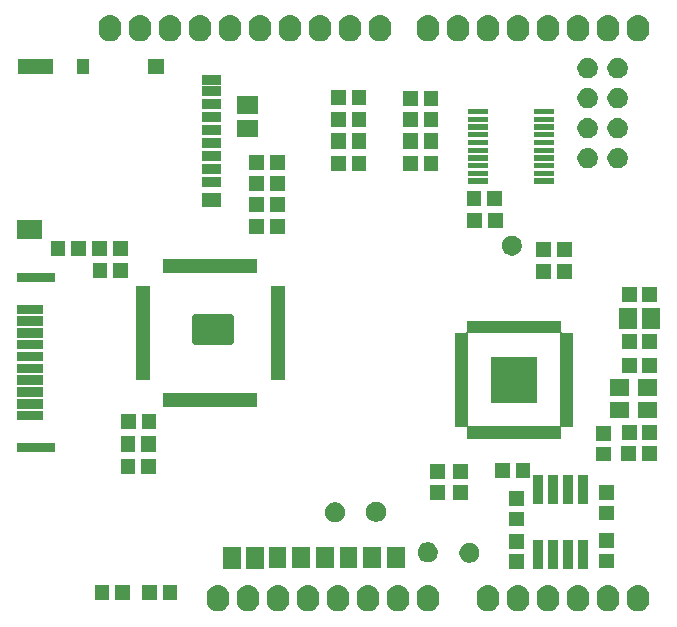
<source format=gts>
G04 #@! TF.GenerationSoftware,KiCad,Pcbnew,(5.1.2)-1*
G04 #@! TF.CreationDate,2021-07-03T10:16:44+09:00*
G04 #@! TF.ProjectId,hdmi,68646d69-2e6b-4696-9361-645f70636258,v1.5*
G04 #@! TF.SameCoordinates,Original*
G04 #@! TF.FileFunction,Soldermask,Top*
G04 #@! TF.FilePolarity,Negative*
%FSLAX46Y46*%
G04 Gerber Fmt 4.6, Leading zero omitted, Abs format (unit mm)*
G04 Created by KiCad (PCBNEW (5.1.2)-1) date 2021-07-03 10:16:44*
%MOMM*%
%LPD*%
G04 APERTURE LIST*
%ADD10C,0.500000*%
%ADD11C,0.100000*%
G04 APERTURE END LIST*
D10*
X140068000Y-102145000D02*
X140058000Y-99975000D01*
X137018000Y-102155000D02*
X140068000Y-102145000D01*
X136998000Y-99995000D02*
X137018000Y-102155000D01*
X137108000Y-102115000D02*
X136998000Y-99995000D01*
X140028000Y-102115000D02*
X137108000Y-102115000D01*
X140018000Y-101735000D02*
X140028000Y-102115000D01*
X137098000Y-101735000D02*
X140018000Y-101735000D01*
X137058000Y-101255000D02*
X137098000Y-101735000D01*
X139968000Y-101245000D02*
X137058000Y-101255000D01*
X139968000Y-100835000D02*
X139968000Y-101245000D01*
X137018000Y-100805000D02*
X139968000Y-100835000D01*
X137018000Y-100405000D02*
X137018000Y-100805000D01*
X139678000Y-100415000D02*
X137018000Y-100405000D01*
X139958000Y-100595000D02*
X139678000Y-100415000D01*
X139958000Y-99995000D02*
X139958000Y-100595000D01*
X137008000Y-99995000D02*
X139958000Y-99995000D01*
D11*
G36*
X139126897Y-122722942D02*
G01*
X139308538Y-122778043D01*
X139475936Y-122867518D01*
X139475938Y-122867520D01*
X139622665Y-122987935D01*
X139743080Y-123134662D01*
X139743082Y-123134665D01*
X139832557Y-123302061D01*
X139887658Y-123483702D01*
X139901600Y-123625262D01*
X139901600Y-124024737D01*
X139887658Y-124166297D01*
X139832557Y-124347939D01*
X139743082Y-124515335D01*
X139743080Y-124515338D01*
X139622665Y-124662065D01*
X139475938Y-124782480D01*
X139475936Y-124782481D01*
X139475935Y-124782482D01*
X139308539Y-124871957D01*
X139126898Y-124927058D01*
X138938000Y-124945662D01*
X138749103Y-124927058D01*
X138567462Y-124871957D01*
X138400066Y-124782482D01*
X138400065Y-124782481D01*
X138400063Y-124782480D01*
X138253336Y-124662065D01*
X138132920Y-124515338D01*
X138132918Y-124515335D01*
X138043443Y-124347939D01*
X137988342Y-124166298D01*
X137974400Y-124024738D01*
X137974400Y-123625263D01*
X137988342Y-123483703D01*
X138043443Y-123302062D01*
X138132918Y-123134664D01*
X138152735Y-123110517D01*
X138253335Y-122987935D01*
X138400062Y-122867520D01*
X138400064Y-122867519D01*
X138400065Y-122867518D01*
X138567461Y-122778043D01*
X138749102Y-122722942D01*
X138938000Y-122704338D01*
X139126897Y-122722942D01*
X139126897Y-122722942D01*
G37*
G36*
X141666897Y-122722942D02*
G01*
X141848538Y-122778043D01*
X142015936Y-122867518D01*
X142015938Y-122867520D01*
X142162665Y-122987935D01*
X142283080Y-123134662D01*
X142283082Y-123134665D01*
X142372557Y-123302061D01*
X142427658Y-123483702D01*
X142441600Y-123625262D01*
X142441600Y-124024737D01*
X142427658Y-124166297D01*
X142372557Y-124347939D01*
X142283082Y-124515335D01*
X142283080Y-124515338D01*
X142162665Y-124662065D01*
X142015938Y-124782480D01*
X142015936Y-124782481D01*
X142015935Y-124782482D01*
X141848539Y-124871957D01*
X141666898Y-124927058D01*
X141478000Y-124945662D01*
X141289103Y-124927058D01*
X141107462Y-124871957D01*
X140940066Y-124782482D01*
X140940065Y-124782481D01*
X140940063Y-124782480D01*
X140793336Y-124662065D01*
X140672920Y-124515338D01*
X140672918Y-124515335D01*
X140583443Y-124347939D01*
X140528342Y-124166298D01*
X140514400Y-124024738D01*
X140514400Y-123625263D01*
X140528342Y-123483703D01*
X140583443Y-123302062D01*
X140672918Y-123134664D01*
X140692735Y-123110517D01*
X140793335Y-122987935D01*
X140940062Y-122867520D01*
X140940064Y-122867519D01*
X140940065Y-122867518D01*
X141107461Y-122778043D01*
X141289102Y-122722942D01*
X141478000Y-122704338D01*
X141666897Y-122722942D01*
X141666897Y-122722942D01*
G37*
G36*
X174686897Y-122722942D02*
G01*
X174868538Y-122778043D01*
X175035936Y-122867518D01*
X175035938Y-122867520D01*
X175182665Y-122987935D01*
X175303080Y-123134662D01*
X175303082Y-123134665D01*
X175392557Y-123302061D01*
X175447658Y-123483702D01*
X175461600Y-123625262D01*
X175461600Y-124024737D01*
X175447658Y-124166297D01*
X175392557Y-124347939D01*
X175303082Y-124515335D01*
X175303080Y-124515338D01*
X175182665Y-124662065D01*
X175035938Y-124782480D01*
X175035936Y-124782481D01*
X175035935Y-124782482D01*
X174868539Y-124871957D01*
X174686898Y-124927058D01*
X174498000Y-124945662D01*
X174309103Y-124927058D01*
X174127462Y-124871957D01*
X173960066Y-124782482D01*
X173960065Y-124782481D01*
X173960063Y-124782480D01*
X173813336Y-124662065D01*
X173692920Y-124515338D01*
X173692918Y-124515335D01*
X173603443Y-124347939D01*
X173548342Y-124166298D01*
X173534400Y-124024738D01*
X173534400Y-123625263D01*
X173548342Y-123483703D01*
X173603443Y-123302062D01*
X173692918Y-123134664D01*
X173712735Y-123110517D01*
X173813335Y-122987935D01*
X173960062Y-122867520D01*
X173960064Y-122867519D01*
X173960065Y-122867518D01*
X174127461Y-122778043D01*
X174309102Y-122722942D01*
X174498000Y-122704338D01*
X174686897Y-122722942D01*
X174686897Y-122722942D01*
G37*
G36*
X172146897Y-122722942D02*
G01*
X172328538Y-122778043D01*
X172495936Y-122867518D01*
X172495938Y-122867520D01*
X172642665Y-122987935D01*
X172763080Y-123134662D01*
X172763082Y-123134665D01*
X172852557Y-123302061D01*
X172907658Y-123483702D01*
X172921600Y-123625262D01*
X172921600Y-124024737D01*
X172907658Y-124166297D01*
X172852557Y-124347939D01*
X172763082Y-124515335D01*
X172763080Y-124515338D01*
X172642665Y-124662065D01*
X172495938Y-124782480D01*
X172495936Y-124782481D01*
X172495935Y-124782482D01*
X172328539Y-124871957D01*
X172146898Y-124927058D01*
X171958000Y-124945662D01*
X171769103Y-124927058D01*
X171587462Y-124871957D01*
X171420066Y-124782482D01*
X171420065Y-124782481D01*
X171420063Y-124782480D01*
X171273336Y-124662065D01*
X171152920Y-124515338D01*
X171152918Y-124515335D01*
X171063443Y-124347939D01*
X171008342Y-124166298D01*
X170994400Y-124024738D01*
X170994400Y-123625263D01*
X171008342Y-123483703D01*
X171063443Y-123302062D01*
X171152918Y-123134664D01*
X171172735Y-123110517D01*
X171273335Y-122987935D01*
X171420062Y-122867520D01*
X171420064Y-122867519D01*
X171420065Y-122867518D01*
X171587461Y-122778043D01*
X171769102Y-122722942D01*
X171958000Y-122704338D01*
X172146897Y-122722942D01*
X172146897Y-122722942D01*
G37*
G36*
X169606897Y-122722942D02*
G01*
X169788538Y-122778043D01*
X169955936Y-122867518D01*
X169955938Y-122867520D01*
X170102665Y-122987935D01*
X170223080Y-123134662D01*
X170223082Y-123134665D01*
X170312557Y-123302061D01*
X170367658Y-123483702D01*
X170381600Y-123625262D01*
X170381600Y-124024737D01*
X170367658Y-124166297D01*
X170312557Y-124347939D01*
X170223082Y-124515335D01*
X170223080Y-124515338D01*
X170102665Y-124662065D01*
X169955938Y-124782480D01*
X169955936Y-124782481D01*
X169955935Y-124782482D01*
X169788539Y-124871957D01*
X169606898Y-124927058D01*
X169418000Y-124945662D01*
X169229103Y-124927058D01*
X169047462Y-124871957D01*
X168880066Y-124782482D01*
X168880065Y-124782481D01*
X168880063Y-124782480D01*
X168733336Y-124662065D01*
X168612920Y-124515338D01*
X168612918Y-124515335D01*
X168523443Y-124347939D01*
X168468342Y-124166298D01*
X168454400Y-124024738D01*
X168454400Y-123625263D01*
X168468342Y-123483703D01*
X168523443Y-123302062D01*
X168612918Y-123134664D01*
X168632735Y-123110517D01*
X168733335Y-122987935D01*
X168880062Y-122867520D01*
X168880064Y-122867519D01*
X168880065Y-122867518D01*
X169047461Y-122778043D01*
X169229102Y-122722942D01*
X169418000Y-122704338D01*
X169606897Y-122722942D01*
X169606897Y-122722942D01*
G37*
G36*
X167066897Y-122722942D02*
G01*
X167248538Y-122778043D01*
X167415936Y-122867518D01*
X167415938Y-122867520D01*
X167562665Y-122987935D01*
X167683080Y-123134662D01*
X167683082Y-123134665D01*
X167772557Y-123302061D01*
X167827658Y-123483702D01*
X167841600Y-123625262D01*
X167841600Y-124024737D01*
X167827658Y-124166297D01*
X167772557Y-124347939D01*
X167683082Y-124515335D01*
X167683080Y-124515338D01*
X167562665Y-124662065D01*
X167415938Y-124782480D01*
X167415936Y-124782481D01*
X167415935Y-124782482D01*
X167248539Y-124871957D01*
X167066898Y-124927058D01*
X166878000Y-124945662D01*
X166689103Y-124927058D01*
X166507462Y-124871957D01*
X166340066Y-124782482D01*
X166340065Y-124782481D01*
X166340063Y-124782480D01*
X166193336Y-124662065D01*
X166072920Y-124515338D01*
X166072918Y-124515335D01*
X165983443Y-124347939D01*
X165928342Y-124166298D01*
X165914400Y-124024738D01*
X165914400Y-123625263D01*
X165928342Y-123483703D01*
X165983443Y-123302062D01*
X166072918Y-123134664D01*
X166092735Y-123110517D01*
X166193335Y-122987935D01*
X166340062Y-122867520D01*
X166340064Y-122867519D01*
X166340065Y-122867518D01*
X166507461Y-122778043D01*
X166689102Y-122722942D01*
X166878000Y-122704338D01*
X167066897Y-122722942D01*
X167066897Y-122722942D01*
G37*
G36*
X164526897Y-122722942D02*
G01*
X164708538Y-122778043D01*
X164875936Y-122867518D01*
X164875938Y-122867520D01*
X165022665Y-122987935D01*
X165143080Y-123134662D01*
X165143082Y-123134665D01*
X165232557Y-123302061D01*
X165287658Y-123483702D01*
X165301600Y-123625262D01*
X165301600Y-124024737D01*
X165287658Y-124166297D01*
X165232557Y-124347939D01*
X165143082Y-124515335D01*
X165143080Y-124515338D01*
X165022665Y-124662065D01*
X164875938Y-124782480D01*
X164875936Y-124782481D01*
X164875935Y-124782482D01*
X164708539Y-124871957D01*
X164526898Y-124927058D01*
X164338000Y-124945662D01*
X164149103Y-124927058D01*
X163967462Y-124871957D01*
X163800066Y-124782482D01*
X163800065Y-124782481D01*
X163800063Y-124782480D01*
X163653336Y-124662065D01*
X163532920Y-124515338D01*
X163532918Y-124515335D01*
X163443443Y-124347939D01*
X163388342Y-124166298D01*
X163374400Y-124024738D01*
X163374400Y-123625263D01*
X163388342Y-123483703D01*
X163443443Y-123302062D01*
X163532918Y-123134664D01*
X163552735Y-123110517D01*
X163653335Y-122987935D01*
X163800062Y-122867520D01*
X163800064Y-122867519D01*
X163800065Y-122867518D01*
X163967461Y-122778043D01*
X164149102Y-122722942D01*
X164338000Y-122704338D01*
X164526897Y-122722942D01*
X164526897Y-122722942D01*
G37*
G36*
X161986897Y-122722942D02*
G01*
X162168538Y-122778043D01*
X162335936Y-122867518D01*
X162335938Y-122867520D01*
X162482665Y-122987935D01*
X162603080Y-123134662D01*
X162603082Y-123134665D01*
X162692557Y-123302061D01*
X162747658Y-123483702D01*
X162761600Y-123625262D01*
X162761600Y-124024737D01*
X162747658Y-124166297D01*
X162692557Y-124347939D01*
X162603082Y-124515335D01*
X162603080Y-124515338D01*
X162482665Y-124662065D01*
X162335938Y-124782480D01*
X162335936Y-124782481D01*
X162335935Y-124782482D01*
X162168539Y-124871957D01*
X161986898Y-124927058D01*
X161798000Y-124945662D01*
X161609103Y-124927058D01*
X161427462Y-124871957D01*
X161260066Y-124782482D01*
X161260065Y-124782481D01*
X161260063Y-124782480D01*
X161113336Y-124662065D01*
X160992920Y-124515338D01*
X160992918Y-124515335D01*
X160903443Y-124347939D01*
X160848342Y-124166298D01*
X160834400Y-124024738D01*
X160834400Y-123625263D01*
X160848342Y-123483703D01*
X160903443Y-123302062D01*
X160992918Y-123134664D01*
X161012735Y-123110517D01*
X161113335Y-122987935D01*
X161260062Y-122867520D01*
X161260064Y-122867519D01*
X161260065Y-122867518D01*
X161427461Y-122778043D01*
X161609102Y-122722942D01*
X161798000Y-122704338D01*
X161986897Y-122722942D01*
X161986897Y-122722942D01*
G37*
G36*
X146746897Y-122722942D02*
G01*
X146928538Y-122778043D01*
X147095936Y-122867518D01*
X147095938Y-122867520D01*
X147242665Y-122987935D01*
X147363080Y-123134662D01*
X147363082Y-123134665D01*
X147452557Y-123302061D01*
X147507658Y-123483702D01*
X147521600Y-123625262D01*
X147521600Y-124024737D01*
X147507658Y-124166297D01*
X147452557Y-124347939D01*
X147363082Y-124515335D01*
X147363080Y-124515338D01*
X147242665Y-124662065D01*
X147095938Y-124782480D01*
X147095936Y-124782481D01*
X147095935Y-124782482D01*
X146928539Y-124871957D01*
X146746898Y-124927058D01*
X146558000Y-124945662D01*
X146369103Y-124927058D01*
X146187462Y-124871957D01*
X146020066Y-124782482D01*
X146020065Y-124782481D01*
X146020063Y-124782480D01*
X145873336Y-124662065D01*
X145752920Y-124515338D01*
X145752918Y-124515335D01*
X145663443Y-124347939D01*
X145608342Y-124166298D01*
X145594400Y-124024738D01*
X145594400Y-123625263D01*
X145608342Y-123483703D01*
X145663443Y-123302062D01*
X145752918Y-123134664D01*
X145772735Y-123110517D01*
X145873335Y-122987935D01*
X146020062Y-122867520D01*
X146020064Y-122867519D01*
X146020065Y-122867518D01*
X146187461Y-122778043D01*
X146369102Y-122722942D01*
X146558000Y-122704338D01*
X146746897Y-122722942D01*
X146746897Y-122722942D01*
G37*
G36*
X144206897Y-122722942D02*
G01*
X144388538Y-122778043D01*
X144555936Y-122867518D01*
X144555938Y-122867520D01*
X144702665Y-122987935D01*
X144823080Y-123134662D01*
X144823082Y-123134665D01*
X144912557Y-123302061D01*
X144967658Y-123483702D01*
X144981600Y-123625262D01*
X144981600Y-124024737D01*
X144967658Y-124166297D01*
X144912557Y-124347939D01*
X144823082Y-124515335D01*
X144823080Y-124515338D01*
X144702665Y-124662065D01*
X144555938Y-124782480D01*
X144555936Y-124782481D01*
X144555935Y-124782482D01*
X144388539Y-124871957D01*
X144206898Y-124927058D01*
X144018000Y-124945662D01*
X143829103Y-124927058D01*
X143647462Y-124871957D01*
X143480066Y-124782482D01*
X143480065Y-124782481D01*
X143480063Y-124782480D01*
X143333336Y-124662065D01*
X143212920Y-124515338D01*
X143212918Y-124515335D01*
X143123443Y-124347939D01*
X143068342Y-124166298D01*
X143054400Y-124024738D01*
X143054400Y-123625263D01*
X143068342Y-123483703D01*
X143123443Y-123302062D01*
X143212918Y-123134664D01*
X143232735Y-123110517D01*
X143333335Y-122987935D01*
X143480062Y-122867520D01*
X143480064Y-122867519D01*
X143480065Y-122867518D01*
X143647461Y-122778043D01*
X143829102Y-122722942D01*
X144018000Y-122704338D01*
X144206897Y-122722942D01*
X144206897Y-122722942D01*
G37*
G36*
X156906897Y-122722942D02*
G01*
X157088538Y-122778043D01*
X157255936Y-122867518D01*
X157255938Y-122867520D01*
X157402665Y-122987935D01*
X157523080Y-123134662D01*
X157523082Y-123134665D01*
X157612557Y-123302061D01*
X157667658Y-123483702D01*
X157681600Y-123625262D01*
X157681600Y-124024737D01*
X157667658Y-124166297D01*
X157612557Y-124347939D01*
X157523082Y-124515335D01*
X157523080Y-124515338D01*
X157402665Y-124662065D01*
X157255938Y-124782480D01*
X157255936Y-124782481D01*
X157255935Y-124782482D01*
X157088539Y-124871957D01*
X156906898Y-124927058D01*
X156718000Y-124945662D01*
X156529103Y-124927058D01*
X156347462Y-124871957D01*
X156180066Y-124782482D01*
X156180065Y-124782481D01*
X156180063Y-124782480D01*
X156033336Y-124662065D01*
X155912920Y-124515338D01*
X155912918Y-124515335D01*
X155823443Y-124347939D01*
X155768342Y-124166298D01*
X155754400Y-124024738D01*
X155754400Y-123625263D01*
X155768342Y-123483703D01*
X155823443Y-123302062D01*
X155912918Y-123134664D01*
X155932735Y-123110517D01*
X156033335Y-122987935D01*
X156180062Y-122867520D01*
X156180064Y-122867519D01*
X156180065Y-122867518D01*
X156347461Y-122778043D01*
X156529102Y-122722942D01*
X156718000Y-122704338D01*
X156906897Y-122722942D01*
X156906897Y-122722942D01*
G37*
G36*
X154366897Y-122722942D02*
G01*
X154548538Y-122778043D01*
X154715936Y-122867518D01*
X154715938Y-122867520D01*
X154862665Y-122987935D01*
X154983080Y-123134662D01*
X154983082Y-123134665D01*
X155072557Y-123302061D01*
X155127658Y-123483702D01*
X155141600Y-123625262D01*
X155141600Y-124024737D01*
X155127658Y-124166297D01*
X155072557Y-124347939D01*
X154983082Y-124515335D01*
X154983080Y-124515338D01*
X154862665Y-124662065D01*
X154715938Y-124782480D01*
X154715936Y-124782481D01*
X154715935Y-124782482D01*
X154548539Y-124871957D01*
X154366898Y-124927058D01*
X154178000Y-124945662D01*
X153989103Y-124927058D01*
X153807462Y-124871957D01*
X153640066Y-124782482D01*
X153640065Y-124782481D01*
X153640063Y-124782480D01*
X153493336Y-124662065D01*
X153372920Y-124515338D01*
X153372918Y-124515335D01*
X153283443Y-124347939D01*
X153228342Y-124166298D01*
X153214400Y-124024738D01*
X153214400Y-123625263D01*
X153228342Y-123483703D01*
X153283443Y-123302062D01*
X153372918Y-123134664D01*
X153392735Y-123110517D01*
X153493335Y-122987935D01*
X153640062Y-122867520D01*
X153640064Y-122867519D01*
X153640065Y-122867518D01*
X153807461Y-122778043D01*
X153989102Y-122722942D01*
X154178000Y-122704338D01*
X154366897Y-122722942D01*
X154366897Y-122722942D01*
G37*
G36*
X149286897Y-122722942D02*
G01*
X149468538Y-122778043D01*
X149635936Y-122867518D01*
X149635938Y-122867520D01*
X149782665Y-122987935D01*
X149903080Y-123134662D01*
X149903082Y-123134665D01*
X149992557Y-123302061D01*
X150047658Y-123483702D01*
X150061600Y-123625262D01*
X150061600Y-124024737D01*
X150047658Y-124166297D01*
X149992557Y-124347939D01*
X149903082Y-124515335D01*
X149903080Y-124515338D01*
X149782665Y-124662065D01*
X149635938Y-124782480D01*
X149635936Y-124782481D01*
X149635935Y-124782482D01*
X149468539Y-124871957D01*
X149286898Y-124927058D01*
X149098000Y-124945662D01*
X148909103Y-124927058D01*
X148727462Y-124871957D01*
X148560066Y-124782482D01*
X148560065Y-124782481D01*
X148560063Y-124782480D01*
X148413336Y-124662065D01*
X148292920Y-124515338D01*
X148292918Y-124515335D01*
X148203443Y-124347939D01*
X148148342Y-124166298D01*
X148134400Y-124024738D01*
X148134400Y-123625263D01*
X148148342Y-123483703D01*
X148203443Y-123302062D01*
X148292918Y-123134664D01*
X148312735Y-123110517D01*
X148413335Y-122987935D01*
X148560062Y-122867520D01*
X148560064Y-122867519D01*
X148560065Y-122867518D01*
X148727461Y-122778043D01*
X148909102Y-122722942D01*
X149098000Y-122704338D01*
X149286897Y-122722942D01*
X149286897Y-122722942D01*
G37*
G36*
X151826897Y-122722942D02*
G01*
X152008538Y-122778043D01*
X152175936Y-122867518D01*
X152175938Y-122867520D01*
X152322665Y-122987935D01*
X152443080Y-123134662D01*
X152443082Y-123134665D01*
X152532557Y-123302061D01*
X152587658Y-123483702D01*
X152601600Y-123625262D01*
X152601600Y-124024737D01*
X152587658Y-124166297D01*
X152532557Y-124347939D01*
X152443082Y-124515335D01*
X152443080Y-124515338D01*
X152322665Y-124662065D01*
X152175938Y-124782480D01*
X152175936Y-124782481D01*
X152175935Y-124782482D01*
X152008539Y-124871957D01*
X151826898Y-124927058D01*
X151638000Y-124945662D01*
X151449103Y-124927058D01*
X151267462Y-124871957D01*
X151100066Y-124782482D01*
X151100065Y-124782481D01*
X151100063Y-124782480D01*
X150953336Y-124662065D01*
X150832920Y-124515338D01*
X150832918Y-124515335D01*
X150743443Y-124347939D01*
X150688342Y-124166298D01*
X150674400Y-124024738D01*
X150674400Y-123625263D01*
X150688342Y-123483703D01*
X150743443Y-123302062D01*
X150832918Y-123134664D01*
X150852735Y-123110517D01*
X150953335Y-122987935D01*
X151100062Y-122867520D01*
X151100064Y-122867519D01*
X151100065Y-122867518D01*
X151267461Y-122778043D01*
X151449102Y-122722942D01*
X151638000Y-122704338D01*
X151826897Y-122722942D01*
X151826897Y-122722942D01*
G37*
G36*
X129748750Y-124004750D02*
G01*
X128499730Y-124004750D01*
X128499730Y-122725250D01*
X129748750Y-122725250D01*
X129748750Y-124004750D01*
X129748750Y-124004750D01*
G37*
G36*
X133748750Y-124004750D02*
G01*
X132499730Y-124004750D01*
X132499730Y-122725250D01*
X133748750Y-122725250D01*
X133748750Y-124004750D01*
X133748750Y-124004750D01*
G37*
G36*
X135496270Y-124004750D02*
G01*
X134247250Y-124004750D01*
X134247250Y-122725250D01*
X135496270Y-122725250D01*
X135496270Y-124004750D01*
X135496270Y-124004750D01*
G37*
G36*
X131496270Y-124004750D02*
G01*
X130247250Y-124004750D01*
X130247250Y-122725250D01*
X131496270Y-122725250D01*
X131496270Y-124004750D01*
X131496270Y-124004750D01*
G37*
G36*
X164877750Y-121363270D02*
G01*
X163598250Y-121363270D01*
X163598250Y-120114250D01*
X164877750Y-120114250D01*
X164877750Y-121363270D01*
X164877750Y-121363270D01*
G37*
G36*
X166445260Y-121335780D02*
G01*
X165645820Y-121335780D01*
X165645820Y-118936140D01*
X166445260Y-118936140D01*
X166445260Y-121335780D01*
X166445260Y-121335780D01*
G37*
G36*
X167715260Y-121335780D02*
G01*
X166915820Y-121335780D01*
X166915820Y-118936140D01*
X167715260Y-118936140D01*
X167715260Y-121335780D01*
X167715260Y-121335780D01*
G37*
G36*
X168980180Y-121335780D02*
G01*
X168180740Y-121335780D01*
X168180740Y-118936140D01*
X168980180Y-118936140D01*
X168980180Y-121335780D01*
X168980180Y-121335780D01*
G37*
G36*
X170250180Y-121335780D02*
G01*
X169450740Y-121335780D01*
X169450740Y-118936140D01*
X170250180Y-118936140D01*
X170250180Y-121335780D01*
X170250180Y-121335780D01*
G37*
G36*
X140848750Y-121313830D02*
G01*
X139350810Y-121313830D01*
X139350810Y-119516170D01*
X140848750Y-119516170D01*
X140848750Y-121313830D01*
X140848750Y-121313830D01*
G37*
G36*
X142845190Y-121313830D02*
G01*
X141347250Y-121313830D01*
X141347250Y-119516170D01*
X142845190Y-119516170D01*
X142845190Y-121313830D01*
X142845190Y-121313830D01*
G37*
G36*
X172489750Y-121300270D02*
G01*
X171210250Y-121300270D01*
X171210250Y-120051250D01*
X172489750Y-120051250D01*
X172489750Y-121300270D01*
X172489750Y-121300270D01*
G37*
G36*
X152750750Y-121263830D02*
G01*
X151252810Y-121263830D01*
X151252810Y-119466170D01*
X152750750Y-119466170D01*
X152750750Y-121263830D01*
X152750750Y-121263830D01*
G37*
G36*
X154747190Y-121263830D02*
G01*
X153249250Y-121263830D01*
X153249250Y-119466170D01*
X154747190Y-119466170D01*
X154747190Y-121263830D01*
X154747190Y-121263830D01*
G37*
G36*
X148739750Y-121263830D02*
G01*
X147241810Y-121263830D01*
X147241810Y-119466170D01*
X148739750Y-119466170D01*
X148739750Y-121263830D01*
X148739750Y-121263830D01*
G37*
G36*
X150736190Y-121263830D02*
G01*
X149238250Y-121263830D01*
X149238250Y-119466170D01*
X150736190Y-119466170D01*
X150736190Y-121263830D01*
X150736190Y-121263830D01*
G37*
G36*
X146736190Y-121263830D02*
G01*
X145238250Y-121263830D01*
X145238250Y-119466170D01*
X146736190Y-119466170D01*
X146736190Y-121263830D01*
X146736190Y-121263830D01*
G37*
G36*
X144739750Y-121263830D02*
G01*
X143241810Y-121263830D01*
X143241810Y-119466170D01*
X144739750Y-119466170D01*
X144739750Y-121263830D01*
X144739750Y-121263830D01*
G37*
G36*
X160475934Y-119157664D02*
G01*
X160630625Y-119221739D01*
X160630626Y-119221740D01*
X160769844Y-119314762D01*
X160888238Y-119433156D01*
X160888239Y-119433158D01*
X160981261Y-119572375D01*
X161045336Y-119727066D01*
X161078000Y-119891281D01*
X161078000Y-120058719D01*
X161045336Y-120222934D01*
X160981261Y-120377625D01*
X160981260Y-120377626D01*
X160888238Y-120516844D01*
X160769844Y-120635238D01*
X160699762Y-120682065D01*
X160630625Y-120728261D01*
X160475934Y-120792336D01*
X160311719Y-120825000D01*
X160144281Y-120825000D01*
X159980066Y-120792336D01*
X159825375Y-120728261D01*
X159756238Y-120682065D01*
X159686156Y-120635238D01*
X159567762Y-120516844D01*
X159474740Y-120377626D01*
X159474739Y-120377625D01*
X159410664Y-120222934D01*
X159378000Y-120058719D01*
X159378000Y-119891281D01*
X159410664Y-119727066D01*
X159474739Y-119572375D01*
X159567761Y-119433158D01*
X159567762Y-119433156D01*
X159686156Y-119314762D01*
X159825374Y-119221740D01*
X159825375Y-119221739D01*
X159980066Y-119157664D01*
X160144281Y-119125000D01*
X160311719Y-119125000D01*
X160475934Y-119157664D01*
X160475934Y-119157664D01*
G37*
G36*
X156935934Y-119117664D02*
G01*
X157090625Y-119181739D01*
X157090626Y-119181740D01*
X157229844Y-119274762D01*
X157348238Y-119393156D01*
X157348239Y-119393158D01*
X157441261Y-119532375D01*
X157505336Y-119687066D01*
X157538000Y-119851281D01*
X157538000Y-120018719D01*
X157505336Y-120182934D01*
X157441261Y-120337625D01*
X157441260Y-120337626D01*
X157348238Y-120476844D01*
X157229844Y-120595238D01*
X157169979Y-120635238D01*
X157090625Y-120688261D01*
X156935934Y-120752336D01*
X156771719Y-120785000D01*
X156604281Y-120785000D01*
X156440066Y-120752336D01*
X156285375Y-120688261D01*
X156206021Y-120635238D01*
X156146156Y-120595238D01*
X156027762Y-120476844D01*
X155934740Y-120337626D01*
X155934739Y-120337625D01*
X155870664Y-120182934D01*
X155838000Y-120018719D01*
X155838000Y-119851281D01*
X155870664Y-119687066D01*
X155934739Y-119532375D01*
X156027761Y-119393158D01*
X156027762Y-119393156D01*
X156146156Y-119274762D01*
X156285374Y-119181740D01*
X156285375Y-119181739D01*
X156440066Y-119117664D01*
X156604281Y-119085000D01*
X156771719Y-119085000D01*
X156935934Y-119117664D01*
X156935934Y-119117664D01*
G37*
G36*
X164877750Y-119615750D02*
G01*
X163598250Y-119615750D01*
X163598250Y-118366730D01*
X164877750Y-118366730D01*
X164877750Y-119615750D01*
X164877750Y-119615750D01*
G37*
G36*
X172489750Y-119552750D02*
G01*
X171210250Y-119552750D01*
X171210250Y-118303730D01*
X172489750Y-118303730D01*
X172489750Y-119552750D01*
X172489750Y-119552750D01*
G37*
G36*
X164889750Y-117737270D02*
G01*
X163610250Y-117737270D01*
X163610250Y-116488250D01*
X164889750Y-116488250D01*
X164889750Y-117737270D01*
X164889750Y-117737270D01*
G37*
G36*
X149085934Y-115737664D02*
G01*
X149240625Y-115801739D01*
X149240626Y-115801740D01*
X149379844Y-115894762D01*
X149498238Y-116013156D01*
X149498239Y-116013158D01*
X149591261Y-116152375D01*
X149655336Y-116307066D01*
X149688000Y-116471281D01*
X149688000Y-116638719D01*
X149655336Y-116802934D01*
X149591261Y-116957625D01*
X149591260Y-116957626D01*
X149498238Y-117096844D01*
X149379844Y-117215238D01*
X149315457Y-117258260D01*
X149240625Y-117308261D01*
X149085934Y-117372336D01*
X148921719Y-117405000D01*
X148754281Y-117405000D01*
X148590066Y-117372336D01*
X148435375Y-117308261D01*
X148360543Y-117258260D01*
X148296156Y-117215238D01*
X148177762Y-117096844D01*
X148084740Y-116957626D01*
X148084739Y-116957625D01*
X148020664Y-116802934D01*
X147988000Y-116638719D01*
X147988000Y-116471281D01*
X148020664Y-116307066D01*
X148084739Y-116152375D01*
X148177761Y-116013158D01*
X148177762Y-116013156D01*
X148296156Y-115894762D01*
X148435374Y-115801740D01*
X148435375Y-115801739D01*
X148590066Y-115737664D01*
X148754281Y-115705000D01*
X148921719Y-115705000D01*
X149085934Y-115737664D01*
X149085934Y-115737664D01*
G37*
G36*
X152575934Y-115687664D02*
G01*
X152730625Y-115751739D01*
X152730626Y-115751740D01*
X152869844Y-115844762D01*
X152988238Y-115963156D01*
X152988239Y-115963158D01*
X153081261Y-116102375D01*
X153145336Y-116257066D01*
X153178000Y-116421281D01*
X153178000Y-116588719D01*
X153145336Y-116752934D01*
X153081261Y-116907625D01*
X153081260Y-116907626D01*
X152988238Y-117046844D01*
X152869844Y-117165238D01*
X152799762Y-117212065D01*
X152730625Y-117258261D01*
X152575934Y-117322336D01*
X152411719Y-117355000D01*
X152244281Y-117355000D01*
X152080066Y-117322336D01*
X151925375Y-117258261D01*
X151856238Y-117212065D01*
X151786156Y-117165238D01*
X151667762Y-117046844D01*
X151574740Y-116907626D01*
X151574739Y-116907625D01*
X151510664Y-116752934D01*
X151478000Y-116588719D01*
X151478000Y-116421281D01*
X151510664Y-116257066D01*
X151574739Y-116102375D01*
X151667761Y-115963158D01*
X151667762Y-115963156D01*
X151786156Y-115844762D01*
X151925374Y-115751740D01*
X151925375Y-115751739D01*
X152080066Y-115687664D01*
X152244281Y-115655000D01*
X152411719Y-115655000D01*
X152575934Y-115687664D01*
X152575934Y-115687664D01*
G37*
G36*
X172489750Y-117237270D02*
G01*
X171210250Y-117237270D01*
X171210250Y-115988250D01*
X172489750Y-115988250D01*
X172489750Y-117237270D01*
X172489750Y-117237270D01*
G37*
G36*
X164889750Y-115989750D02*
G01*
X163610250Y-115989750D01*
X163610250Y-114740730D01*
X164889750Y-114740730D01*
X164889750Y-115989750D01*
X164889750Y-115989750D01*
G37*
G36*
X167715260Y-115833860D02*
G01*
X166915820Y-115833860D01*
X166915820Y-113434220D01*
X167715260Y-113434220D01*
X167715260Y-115833860D01*
X167715260Y-115833860D01*
G37*
G36*
X170250180Y-115833860D02*
G01*
X169450740Y-115833860D01*
X169450740Y-113434220D01*
X170250180Y-113434220D01*
X170250180Y-115833860D01*
X170250180Y-115833860D01*
G37*
G36*
X166445260Y-115833860D02*
G01*
X165645820Y-115833860D01*
X165645820Y-113434220D01*
X166445260Y-113434220D01*
X166445260Y-115833860D01*
X166445260Y-115833860D01*
G37*
G36*
X168980180Y-115833860D02*
G01*
X168180740Y-115833860D01*
X168180740Y-113434220D01*
X168980180Y-113434220D01*
X168980180Y-115833860D01*
X168980180Y-115833860D01*
G37*
G36*
X172489750Y-115489750D02*
G01*
X171210250Y-115489750D01*
X171210250Y-114240730D01*
X172489750Y-114240730D01*
X172489750Y-115489750D01*
X172489750Y-115489750D01*
G37*
G36*
X160137750Y-115487270D02*
G01*
X158858250Y-115487270D01*
X158858250Y-114238250D01*
X160137750Y-114238250D01*
X160137750Y-115487270D01*
X160137750Y-115487270D01*
G37*
G36*
X158152750Y-115487270D02*
G01*
X156873250Y-115487270D01*
X156873250Y-114238250D01*
X158152750Y-114238250D01*
X158152750Y-115487270D01*
X158152750Y-115487270D01*
G37*
G36*
X160137750Y-113739750D02*
G01*
X158858250Y-113739750D01*
X158858250Y-112490730D01*
X160137750Y-112490730D01*
X160137750Y-113739750D01*
X160137750Y-113739750D01*
G37*
G36*
X158152750Y-113739750D02*
G01*
X156873250Y-113739750D01*
X156873250Y-112490730D01*
X158152750Y-112490730D01*
X158152750Y-113739750D01*
X158152750Y-113739750D01*
G37*
G36*
X165390030Y-113684750D02*
G01*
X164141010Y-113684750D01*
X164141010Y-112405250D01*
X165390030Y-112405250D01*
X165390030Y-113684750D01*
X165390030Y-113684750D01*
G37*
G36*
X163642510Y-113684750D02*
G01*
X162393490Y-113684750D01*
X162393490Y-112405250D01*
X163642510Y-112405250D01*
X163642510Y-113684750D01*
X163642510Y-113684750D01*
G37*
G36*
X133696270Y-113304750D02*
G01*
X132447250Y-113304750D01*
X132447250Y-112025250D01*
X133696270Y-112025250D01*
X133696270Y-113304750D01*
X133696270Y-113304750D01*
G37*
G36*
X131948750Y-113304750D02*
G01*
X130699730Y-113304750D01*
X130699730Y-112025250D01*
X131948750Y-112025250D01*
X131948750Y-113304750D01*
X131948750Y-113304750D01*
G37*
G36*
X172237750Y-112237270D02*
G01*
X170958250Y-112237270D01*
X170958250Y-110988250D01*
X172237750Y-110988250D01*
X172237750Y-112237270D01*
X172237750Y-112237270D01*
G37*
G36*
X174337750Y-112186750D02*
G01*
X173088730Y-112186750D01*
X173088730Y-110907250D01*
X174337750Y-110907250D01*
X174337750Y-112186750D01*
X174337750Y-112186750D01*
G37*
G36*
X176085270Y-112186750D02*
G01*
X174836250Y-112186750D01*
X174836250Y-110907250D01*
X176085270Y-110907250D01*
X176085270Y-112186750D01*
X176085270Y-112186750D01*
G37*
G36*
X125098000Y-111465000D02*
G01*
X121898000Y-111465000D01*
X121898000Y-110665000D01*
X125098000Y-110665000D01*
X125098000Y-111465000D01*
X125098000Y-111465000D01*
G37*
G36*
X131948750Y-111404750D02*
G01*
X130699730Y-111404750D01*
X130699730Y-110125250D01*
X131948750Y-110125250D01*
X131948750Y-111404750D01*
X131948750Y-111404750D01*
G37*
G36*
X133696270Y-111404750D02*
G01*
X132447250Y-111404750D01*
X132447250Y-110125250D01*
X133696270Y-110125250D01*
X133696270Y-111404750D01*
X133696270Y-111404750D01*
G37*
G36*
X172237750Y-110489750D02*
G01*
X170958250Y-110489750D01*
X170958250Y-109240730D01*
X172237750Y-109240730D01*
X172237750Y-110489750D01*
X172237750Y-110489750D01*
G37*
G36*
X176124270Y-110450750D02*
G01*
X174875250Y-110450750D01*
X174875250Y-109171250D01*
X176124270Y-109171250D01*
X176124270Y-110450750D01*
X176124270Y-110450750D01*
G37*
G36*
X174376750Y-110450750D02*
G01*
X173127730Y-110450750D01*
X173127730Y-109171250D01*
X174376750Y-109171250D01*
X174376750Y-110450750D01*
X174376750Y-110450750D01*
G37*
G36*
X167994000Y-101278001D02*
G01*
X167994961Y-101287755D01*
X167997806Y-101297135D01*
X168002426Y-101305779D01*
X168008644Y-101313356D01*
X168016221Y-101319574D01*
X168024865Y-101324194D01*
X168034245Y-101327039D01*
X168043999Y-101328000D01*
X168969000Y-101328000D01*
X168969000Y-109328000D01*
X168043999Y-109328000D01*
X168034245Y-109328961D01*
X168024865Y-109331806D01*
X168016221Y-109336426D01*
X168008644Y-109342644D01*
X168002426Y-109350221D01*
X167997806Y-109358865D01*
X167994961Y-109368245D01*
X167994000Y-109377999D01*
X167994000Y-110303000D01*
X159994000Y-110303000D01*
X159994000Y-109377999D01*
X159993039Y-109368245D01*
X159990194Y-109358865D01*
X159985574Y-109350221D01*
X159979356Y-109342644D01*
X159971779Y-109336426D01*
X159963135Y-109331806D01*
X159953755Y-109328961D01*
X159944001Y-109328000D01*
X159019000Y-109328000D01*
X159019000Y-101452999D01*
X160069000Y-101452999D01*
X160069000Y-109203001D01*
X160069961Y-109212755D01*
X160072806Y-109222135D01*
X160077426Y-109230779D01*
X160083644Y-109238356D01*
X160091221Y-109244574D01*
X160099865Y-109249194D01*
X160109245Y-109252039D01*
X160118999Y-109253000D01*
X167869001Y-109253000D01*
X167878755Y-109252039D01*
X167888135Y-109249194D01*
X167896779Y-109244574D01*
X167904356Y-109238356D01*
X167910574Y-109230779D01*
X167915194Y-109222135D01*
X167918039Y-109212755D01*
X167919000Y-109203001D01*
X167919000Y-101452999D01*
X167918039Y-101443245D01*
X167915194Y-101433865D01*
X167910574Y-101425221D01*
X167904356Y-101417644D01*
X167896779Y-101411426D01*
X167888135Y-101406806D01*
X167878755Y-101403961D01*
X167869001Y-101403000D01*
X160118999Y-101403000D01*
X160109245Y-101403961D01*
X160099865Y-101406806D01*
X160091221Y-101411426D01*
X160083644Y-101417644D01*
X160077426Y-101425221D01*
X160072806Y-101433865D01*
X160069961Y-101443245D01*
X160069000Y-101452999D01*
X159019000Y-101452999D01*
X159019000Y-101328000D01*
X159944001Y-101328000D01*
X159953755Y-101327039D01*
X159963135Y-101324194D01*
X159971779Y-101319574D01*
X159979356Y-101313356D01*
X159985574Y-101305779D01*
X159990194Y-101297135D01*
X159993039Y-101287755D01*
X159994000Y-101278001D01*
X159994000Y-100353000D01*
X167994000Y-100353000D01*
X167994000Y-101278001D01*
X167994000Y-101278001D01*
G37*
G36*
X165931500Y-107265500D02*
G01*
X162056500Y-107265500D01*
X162056500Y-103390500D01*
X165931500Y-103390500D01*
X165931500Y-107265500D01*
X165931500Y-107265500D01*
G37*
G36*
X133722270Y-109504750D02*
G01*
X132473250Y-109504750D01*
X132473250Y-108225250D01*
X133722270Y-108225250D01*
X133722270Y-109504750D01*
X133722270Y-109504750D01*
G37*
G36*
X131974750Y-109504750D02*
G01*
X130725730Y-109504750D01*
X130725730Y-108225250D01*
X131974750Y-108225250D01*
X131974750Y-109504750D01*
X131974750Y-109504750D01*
G37*
G36*
X124098000Y-108765000D02*
G01*
X121898000Y-108765000D01*
X121898000Y-107965000D01*
X124098000Y-107965000D01*
X124098000Y-108765000D01*
X124098000Y-108765000D01*
G37*
G36*
X176134000Y-108591000D02*
G01*
X174534000Y-108591000D01*
X174534000Y-107191000D01*
X176134000Y-107191000D01*
X176134000Y-108591000D01*
X176134000Y-108591000D01*
G37*
G36*
X173734000Y-108591000D02*
G01*
X172134000Y-108591000D01*
X172134000Y-107191000D01*
X173734000Y-107191000D01*
X173734000Y-108591000D01*
X173734000Y-108591000D01*
G37*
G36*
X124098000Y-107765000D02*
G01*
X121898000Y-107765000D01*
X121898000Y-106965000D01*
X124098000Y-106965000D01*
X124098000Y-107765000D01*
X124098000Y-107765000D01*
G37*
G36*
X142273000Y-107665000D02*
G01*
X134323000Y-107665000D01*
X134323000Y-106465000D01*
X142273000Y-106465000D01*
X142273000Y-107665000D01*
X142273000Y-107665000D01*
G37*
G36*
X124098000Y-106765000D02*
G01*
X121898000Y-106765000D01*
X121898000Y-105965000D01*
X124098000Y-105965000D01*
X124098000Y-106765000D01*
X124098000Y-106765000D01*
G37*
G36*
X176134000Y-106691000D02*
G01*
X174534000Y-106691000D01*
X174534000Y-105291000D01*
X176134000Y-105291000D01*
X176134000Y-106691000D01*
X176134000Y-106691000D01*
G37*
G36*
X173734000Y-106691000D02*
G01*
X172134000Y-106691000D01*
X172134000Y-105291000D01*
X173734000Y-105291000D01*
X173734000Y-106691000D01*
X173734000Y-106691000D01*
G37*
G36*
X124098000Y-105765000D02*
G01*
X121898000Y-105765000D01*
X121898000Y-104965000D01*
X124098000Y-104965000D01*
X124098000Y-105765000D01*
X124098000Y-105765000D01*
G37*
G36*
X133198000Y-105340000D02*
G01*
X131998000Y-105340000D01*
X131998000Y-97390000D01*
X133198000Y-97390000D01*
X133198000Y-105340000D01*
X133198000Y-105340000D01*
G37*
G36*
X144598000Y-105340000D02*
G01*
X143398000Y-105340000D01*
X143398000Y-97390000D01*
X144598000Y-97390000D01*
X144598000Y-105340000D01*
X144598000Y-105340000D01*
G37*
G36*
X124098000Y-104765000D02*
G01*
X121898000Y-104765000D01*
X121898000Y-103965000D01*
X124098000Y-103965000D01*
X124098000Y-104765000D01*
X124098000Y-104765000D01*
G37*
G36*
X174376750Y-104750750D02*
G01*
X173127730Y-104750750D01*
X173127730Y-103471250D01*
X174376750Y-103471250D01*
X174376750Y-104750750D01*
X174376750Y-104750750D01*
G37*
G36*
X176124270Y-104750750D02*
G01*
X174875250Y-104750750D01*
X174875250Y-103471250D01*
X176124270Y-103471250D01*
X176124270Y-104750750D01*
X176124270Y-104750750D01*
G37*
G36*
X124098000Y-103765000D02*
G01*
X121898000Y-103765000D01*
X121898000Y-102965000D01*
X124098000Y-102965000D01*
X124098000Y-103765000D01*
X124098000Y-103765000D01*
G37*
G36*
X124098000Y-102765000D02*
G01*
X121898000Y-102765000D01*
X121898000Y-101965000D01*
X124098000Y-101965000D01*
X124098000Y-102765000D01*
X124098000Y-102765000D01*
G37*
G36*
X176124270Y-102750750D02*
G01*
X174875250Y-102750750D01*
X174875250Y-101471250D01*
X176124270Y-101471250D01*
X176124270Y-102750750D01*
X176124270Y-102750750D01*
G37*
G36*
X174376750Y-102750750D02*
G01*
X173127730Y-102750750D01*
X173127730Y-101471250D01*
X174376750Y-101471250D01*
X174376750Y-102750750D01*
X174376750Y-102750750D01*
G37*
G36*
X124098000Y-101765000D02*
G01*
X121898000Y-101765000D01*
X121898000Y-100965000D01*
X124098000Y-100965000D01*
X124098000Y-101765000D01*
X124098000Y-101765000D01*
G37*
G36*
X174378750Y-101009830D02*
G01*
X172880810Y-101009830D01*
X172880810Y-99212170D01*
X174378750Y-99212170D01*
X174378750Y-101009830D01*
X174378750Y-101009830D01*
G37*
G36*
X176375190Y-101009830D02*
G01*
X174877250Y-101009830D01*
X174877250Y-99212170D01*
X176375190Y-99212170D01*
X176375190Y-101009830D01*
X176375190Y-101009830D01*
G37*
G36*
X124098000Y-100765000D02*
G01*
X121898000Y-100765000D01*
X121898000Y-99965000D01*
X124098000Y-99965000D01*
X124098000Y-100765000D01*
X124098000Y-100765000D01*
G37*
G36*
X124098000Y-99765000D02*
G01*
X121898000Y-99765000D01*
X121898000Y-98965000D01*
X124098000Y-98965000D01*
X124098000Y-99765000D01*
X124098000Y-99765000D01*
G37*
G36*
X174376750Y-98750950D02*
G01*
X173127730Y-98750950D01*
X173127730Y-97471450D01*
X174376750Y-97471450D01*
X174376750Y-98750950D01*
X174376750Y-98750950D01*
G37*
G36*
X176124270Y-98750950D02*
G01*
X174875250Y-98750950D01*
X174875250Y-97471450D01*
X176124270Y-97471450D01*
X176124270Y-98750950D01*
X176124270Y-98750950D01*
G37*
G36*
X125098000Y-97065000D02*
G01*
X121898000Y-97065000D01*
X121898000Y-96265000D01*
X125098000Y-96265000D01*
X125098000Y-97065000D01*
X125098000Y-97065000D01*
G37*
G36*
X168870270Y-96804750D02*
G01*
X167621250Y-96804750D01*
X167621250Y-95525250D01*
X168870270Y-95525250D01*
X168870270Y-96804750D01*
X168870270Y-96804750D01*
G37*
G36*
X167122750Y-96804750D02*
G01*
X165873730Y-96804750D01*
X165873730Y-95525250D01*
X167122750Y-95525250D01*
X167122750Y-96804750D01*
X167122750Y-96804750D01*
G37*
G36*
X129574750Y-96754750D02*
G01*
X128325730Y-96754750D01*
X128325730Y-95475250D01*
X129574750Y-95475250D01*
X129574750Y-96754750D01*
X129574750Y-96754750D01*
G37*
G36*
X131322270Y-96754750D02*
G01*
X130073250Y-96754750D01*
X130073250Y-95475250D01*
X131322270Y-95475250D01*
X131322270Y-96754750D01*
X131322270Y-96754750D01*
G37*
G36*
X142273000Y-96265000D02*
G01*
X134323000Y-96265000D01*
X134323000Y-95065000D01*
X142273000Y-95065000D01*
X142273000Y-96265000D01*
X142273000Y-96265000D01*
G37*
G36*
X167148750Y-94904750D02*
G01*
X165899730Y-94904750D01*
X165899730Y-93625250D01*
X167148750Y-93625250D01*
X167148750Y-94904750D01*
X167148750Y-94904750D01*
G37*
G36*
X168896270Y-94904750D02*
G01*
X167647250Y-94904750D01*
X167647250Y-93625250D01*
X168896270Y-93625250D01*
X168896270Y-94904750D01*
X168896270Y-94904750D01*
G37*
G36*
X131296270Y-94854750D02*
G01*
X130047250Y-94854750D01*
X130047250Y-93575250D01*
X131296270Y-93575250D01*
X131296270Y-94854750D01*
X131296270Y-94854750D01*
G37*
G36*
X129548750Y-94854750D02*
G01*
X128299730Y-94854750D01*
X128299730Y-93575250D01*
X129548750Y-93575250D01*
X129548750Y-94854750D01*
X129548750Y-94854750D01*
G37*
G36*
X126024750Y-94854750D02*
G01*
X124775730Y-94854750D01*
X124775730Y-93575250D01*
X126024750Y-93575250D01*
X126024750Y-94854750D01*
X126024750Y-94854750D01*
G37*
G36*
X127772270Y-94854750D02*
G01*
X126523250Y-94854750D01*
X126523250Y-93575250D01*
X127772270Y-93575250D01*
X127772270Y-94854750D01*
X127772270Y-94854750D01*
G37*
G36*
X164065934Y-93147664D02*
G01*
X164220625Y-93211739D01*
X164220626Y-93211740D01*
X164359844Y-93304762D01*
X164478238Y-93423156D01*
X164478239Y-93423158D01*
X164571261Y-93562375D01*
X164635336Y-93717066D01*
X164668000Y-93881281D01*
X164668000Y-94048719D01*
X164635336Y-94212934D01*
X164571261Y-94367625D01*
X164571260Y-94367626D01*
X164478238Y-94506844D01*
X164359844Y-94625238D01*
X164289762Y-94672065D01*
X164220625Y-94718261D01*
X164065934Y-94782336D01*
X163901719Y-94815000D01*
X163734281Y-94815000D01*
X163570066Y-94782336D01*
X163415375Y-94718261D01*
X163346238Y-94672065D01*
X163276156Y-94625238D01*
X163157762Y-94506844D01*
X163064740Y-94367626D01*
X163064739Y-94367625D01*
X163000664Y-94212934D01*
X162968000Y-94048719D01*
X162968000Y-93881281D01*
X163000664Y-93717066D01*
X163064739Y-93562375D01*
X163157761Y-93423158D01*
X163157762Y-93423156D01*
X163276156Y-93304762D01*
X163415374Y-93211740D01*
X163415375Y-93211739D01*
X163570066Y-93147664D01*
X163734281Y-93115000D01*
X163901719Y-93115000D01*
X164065934Y-93147664D01*
X164065934Y-93147664D01*
G37*
G36*
X123997920Y-93413930D02*
G01*
X121898000Y-93413930D01*
X121898000Y-91814390D01*
X123997920Y-91814390D01*
X123997920Y-93413930D01*
X123997920Y-93413930D01*
G37*
G36*
X142848750Y-93004750D02*
G01*
X141599730Y-93004750D01*
X141599730Y-91725250D01*
X142848750Y-91725250D01*
X142848750Y-93004750D01*
X142848750Y-93004750D01*
G37*
G36*
X144596270Y-93004750D02*
G01*
X143347250Y-93004750D01*
X143347250Y-91725250D01*
X144596270Y-91725250D01*
X144596270Y-93004750D01*
X144596270Y-93004750D01*
G37*
G36*
X163046270Y-92454750D02*
G01*
X161797250Y-92454750D01*
X161797250Y-91175250D01*
X163046270Y-91175250D01*
X163046270Y-92454750D01*
X163046270Y-92454750D01*
G37*
G36*
X161298750Y-92454750D02*
G01*
X160049730Y-92454750D01*
X160049730Y-91175250D01*
X161298750Y-91175250D01*
X161298750Y-92454750D01*
X161298750Y-92454750D01*
G37*
G36*
X144596270Y-91154750D02*
G01*
X143347250Y-91154750D01*
X143347250Y-89875250D01*
X144596270Y-89875250D01*
X144596270Y-91154750D01*
X144596270Y-91154750D01*
G37*
G36*
X142848750Y-91154750D02*
G01*
X141599730Y-91154750D01*
X141599730Y-89875250D01*
X142848750Y-89875250D01*
X142848750Y-91154750D01*
X142848750Y-91154750D01*
G37*
G36*
X139196010Y-90713910D02*
G01*
X137596470Y-90713910D01*
X137596470Y-89515690D01*
X139196010Y-89515690D01*
X139196010Y-90713910D01*
X139196010Y-90713910D01*
G37*
G36*
X162996270Y-90604750D02*
G01*
X161747250Y-90604750D01*
X161747250Y-89325250D01*
X162996270Y-89325250D01*
X162996270Y-90604750D01*
X162996270Y-90604750D01*
G37*
G36*
X161248750Y-90604750D02*
G01*
X159999730Y-90604750D01*
X159999730Y-89325250D01*
X161248750Y-89325250D01*
X161248750Y-90604750D01*
X161248750Y-90604750D01*
G37*
G36*
X142848750Y-89354750D02*
G01*
X141599730Y-89354750D01*
X141599730Y-88075250D01*
X142848750Y-88075250D01*
X142848750Y-89354750D01*
X142848750Y-89354750D01*
G37*
G36*
X144596270Y-89354750D02*
G01*
X143347250Y-89354750D01*
X143347250Y-88075250D01*
X144596270Y-88075250D01*
X144596270Y-89354750D01*
X144596270Y-89354750D01*
G37*
G36*
X139196010Y-88986710D02*
G01*
X137596470Y-88986710D01*
X137596470Y-88139010D01*
X139196010Y-88139010D01*
X139196010Y-88986710D01*
X139196010Y-88986710D01*
G37*
G36*
X161824200Y-88716200D02*
G01*
X160071800Y-88716200D01*
X160071800Y-88263800D01*
X161824200Y-88263800D01*
X161824200Y-88716200D01*
X161824200Y-88716200D01*
G37*
G36*
X167424200Y-88716200D02*
G01*
X165671800Y-88716200D01*
X165671800Y-88263800D01*
X167424200Y-88263800D01*
X167424200Y-88716200D01*
X167424200Y-88716200D01*
G37*
G36*
X161824200Y-88066200D02*
G01*
X160071800Y-88066200D01*
X160071800Y-87613800D01*
X161824200Y-87613800D01*
X161824200Y-88066200D01*
X161824200Y-88066200D01*
G37*
G36*
X167424200Y-88066200D02*
G01*
X165671800Y-88066200D01*
X165671800Y-87613800D01*
X167424200Y-87613800D01*
X167424200Y-88066200D01*
X167424200Y-88066200D01*
G37*
G36*
X139196010Y-87886890D02*
G01*
X137596470Y-87886890D01*
X137596470Y-87039190D01*
X139196010Y-87039190D01*
X139196010Y-87886890D01*
X139196010Y-87886890D01*
G37*
G36*
X155848750Y-87654750D02*
G01*
X154599730Y-87654750D01*
X154599730Y-86375250D01*
X155848750Y-86375250D01*
X155848750Y-87654750D01*
X155848750Y-87654750D01*
G37*
G36*
X149748750Y-87654750D02*
G01*
X148499730Y-87654750D01*
X148499730Y-86375250D01*
X149748750Y-86375250D01*
X149748750Y-87654750D01*
X149748750Y-87654750D01*
G37*
G36*
X157596270Y-87654750D02*
G01*
X156347250Y-87654750D01*
X156347250Y-86375250D01*
X157596270Y-86375250D01*
X157596270Y-87654750D01*
X157596270Y-87654750D01*
G37*
G36*
X151496270Y-87654750D02*
G01*
X150247250Y-87654750D01*
X150247250Y-86375250D01*
X151496270Y-86375250D01*
X151496270Y-87654750D01*
X151496270Y-87654750D01*
G37*
G36*
X142848750Y-87604750D02*
G01*
X141599730Y-87604750D01*
X141599730Y-86325250D01*
X142848750Y-86325250D01*
X142848750Y-87604750D01*
X142848750Y-87604750D01*
G37*
G36*
X144596270Y-87604750D02*
G01*
X143347250Y-87604750D01*
X143347250Y-86325250D01*
X144596270Y-86325250D01*
X144596270Y-87604750D01*
X144596270Y-87604750D01*
G37*
G36*
X173019434Y-85746125D02*
G01*
X173065383Y-85765158D01*
X173176310Y-85811105D01*
X173317493Y-85905441D01*
X173437559Y-86025507D01*
X173531895Y-86166690D01*
X173531895Y-86166691D01*
X173596875Y-86323566D01*
X173630000Y-86490099D01*
X173630000Y-86659901D01*
X173596875Y-86826434D01*
X173596874Y-86826436D01*
X173531895Y-86983310D01*
X173437559Y-87124493D01*
X173317493Y-87244559D01*
X173176310Y-87338895D01*
X173065383Y-87384842D01*
X173019434Y-87403875D01*
X172852901Y-87437000D01*
X172683099Y-87437000D01*
X172516566Y-87403875D01*
X172470617Y-87384842D01*
X172359690Y-87338895D01*
X172218507Y-87244559D01*
X172098441Y-87124493D01*
X172004105Y-86983310D01*
X171939126Y-86826436D01*
X171939125Y-86826434D01*
X171906000Y-86659901D01*
X171906000Y-86490099D01*
X171939125Y-86323566D01*
X172004105Y-86166691D01*
X172004105Y-86166690D01*
X172098441Y-86025507D01*
X172218507Y-85905441D01*
X172359690Y-85811105D01*
X172470617Y-85765158D01*
X172516566Y-85746125D01*
X172683099Y-85713000D01*
X172852901Y-85713000D01*
X173019434Y-85746125D01*
X173019434Y-85746125D01*
G37*
G36*
X170479434Y-85746125D02*
G01*
X170525383Y-85765158D01*
X170636310Y-85811105D01*
X170777493Y-85905441D01*
X170897559Y-86025507D01*
X170991895Y-86166690D01*
X170991895Y-86166691D01*
X171056875Y-86323566D01*
X171090000Y-86490099D01*
X171090000Y-86659901D01*
X171056875Y-86826434D01*
X171056874Y-86826436D01*
X170991895Y-86983310D01*
X170897559Y-87124493D01*
X170777493Y-87244559D01*
X170636310Y-87338895D01*
X170525383Y-87384842D01*
X170479434Y-87403875D01*
X170312901Y-87437000D01*
X170143099Y-87437000D01*
X169976566Y-87403875D01*
X169930617Y-87384842D01*
X169819690Y-87338895D01*
X169678507Y-87244559D01*
X169558441Y-87124493D01*
X169464105Y-86983310D01*
X169399126Y-86826436D01*
X169399125Y-86826434D01*
X169366000Y-86659901D01*
X169366000Y-86490099D01*
X169399125Y-86323566D01*
X169464105Y-86166691D01*
X169464105Y-86166690D01*
X169558441Y-86025507D01*
X169678507Y-85905441D01*
X169819690Y-85811105D01*
X169930617Y-85765158D01*
X169976566Y-85746125D01*
X170143099Y-85713000D01*
X170312901Y-85713000D01*
X170479434Y-85746125D01*
X170479434Y-85746125D01*
G37*
G36*
X167424200Y-87416200D02*
G01*
X165671800Y-87416200D01*
X165671800Y-86963800D01*
X167424200Y-86963800D01*
X167424200Y-87416200D01*
X167424200Y-87416200D01*
G37*
G36*
X161824200Y-87416200D02*
G01*
X160071800Y-87416200D01*
X160071800Y-86963800D01*
X161824200Y-86963800D01*
X161824200Y-87416200D01*
X161824200Y-87416200D01*
G37*
G36*
X139196010Y-86787070D02*
G01*
X137596470Y-86787070D01*
X137596470Y-85939370D01*
X139196010Y-85939370D01*
X139196010Y-86787070D01*
X139196010Y-86787070D01*
G37*
G36*
X167424200Y-86766200D02*
G01*
X165671800Y-86766200D01*
X165671800Y-86313800D01*
X167424200Y-86313800D01*
X167424200Y-86766200D01*
X167424200Y-86766200D01*
G37*
G36*
X161824200Y-86766200D02*
G01*
X160071800Y-86766200D01*
X160071800Y-86313800D01*
X161824200Y-86313800D01*
X161824200Y-86766200D01*
X161824200Y-86766200D01*
G37*
G36*
X167424200Y-86116200D02*
G01*
X165671800Y-86116200D01*
X165671800Y-85663800D01*
X167424200Y-85663800D01*
X167424200Y-86116200D01*
X167424200Y-86116200D01*
G37*
G36*
X161824200Y-86116200D02*
G01*
X160071800Y-86116200D01*
X160071800Y-85663800D01*
X161824200Y-85663800D01*
X161824200Y-86116200D01*
X161824200Y-86116200D01*
G37*
G36*
X149748750Y-85754750D02*
G01*
X148499730Y-85754750D01*
X148499730Y-84475250D01*
X149748750Y-84475250D01*
X149748750Y-85754750D01*
X149748750Y-85754750D01*
G37*
G36*
X151496270Y-85754750D02*
G01*
X150247250Y-85754750D01*
X150247250Y-84475250D01*
X151496270Y-84475250D01*
X151496270Y-85754750D01*
X151496270Y-85754750D01*
G37*
G36*
X157596270Y-85754750D02*
G01*
X156347250Y-85754750D01*
X156347250Y-84475250D01*
X157596270Y-84475250D01*
X157596270Y-85754750D01*
X157596270Y-85754750D01*
G37*
G36*
X155848750Y-85754750D02*
G01*
X154599730Y-85754750D01*
X154599730Y-84475250D01*
X155848750Y-84475250D01*
X155848750Y-85754750D01*
X155848750Y-85754750D01*
G37*
G36*
X139196010Y-85689790D02*
G01*
X137596470Y-85689790D01*
X137596470Y-84842090D01*
X139196010Y-84842090D01*
X139196010Y-85689790D01*
X139196010Y-85689790D01*
G37*
G36*
X161824200Y-85466200D02*
G01*
X160071800Y-85466200D01*
X160071800Y-85013800D01*
X161824200Y-85013800D01*
X161824200Y-85466200D01*
X161824200Y-85466200D01*
G37*
G36*
X167424200Y-85466200D02*
G01*
X165671800Y-85466200D01*
X165671800Y-85013800D01*
X167424200Y-85013800D01*
X167424200Y-85466200D01*
X167424200Y-85466200D01*
G37*
G36*
X173019434Y-83206125D02*
G01*
X173019437Y-83206126D01*
X173019436Y-83206126D01*
X173176310Y-83271105D01*
X173270645Y-83334138D01*
X173317492Y-83365440D01*
X173437560Y-83485508D01*
X173458068Y-83516200D01*
X173531895Y-83626690D01*
X173531895Y-83626691D01*
X173596875Y-83783566D01*
X173630000Y-83950099D01*
X173630000Y-84119901D01*
X173596875Y-84286434D01*
X173596874Y-84286436D01*
X173531895Y-84443310D01*
X173437559Y-84584493D01*
X173317493Y-84704559D01*
X173176310Y-84798895D01*
X173065383Y-84844842D01*
X173019434Y-84863875D01*
X172852901Y-84897000D01*
X172683099Y-84897000D01*
X172516566Y-84863875D01*
X172470617Y-84844842D01*
X172359690Y-84798895D01*
X172218507Y-84704559D01*
X172098441Y-84584493D01*
X172004105Y-84443310D01*
X171939126Y-84286436D01*
X171939125Y-84286434D01*
X171906000Y-84119901D01*
X171906000Y-83950099D01*
X171939125Y-83783566D01*
X172004105Y-83626691D01*
X172004105Y-83626690D01*
X172077932Y-83516200D01*
X172098440Y-83485508D01*
X172218508Y-83365440D01*
X172265355Y-83334138D01*
X172359690Y-83271105D01*
X172516564Y-83206126D01*
X172516563Y-83206126D01*
X172516566Y-83206125D01*
X172683099Y-83173000D01*
X172852901Y-83173000D01*
X173019434Y-83206125D01*
X173019434Y-83206125D01*
G37*
G36*
X170479434Y-83206125D02*
G01*
X170479437Y-83206126D01*
X170479436Y-83206126D01*
X170636310Y-83271105D01*
X170730645Y-83334138D01*
X170777492Y-83365440D01*
X170897560Y-83485508D01*
X170918068Y-83516200D01*
X170991895Y-83626690D01*
X170991895Y-83626691D01*
X171056875Y-83783566D01*
X171090000Y-83950099D01*
X171090000Y-84119901D01*
X171056875Y-84286434D01*
X171056874Y-84286436D01*
X170991895Y-84443310D01*
X170897559Y-84584493D01*
X170777493Y-84704559D01*
X170636310Y-84798895D01*
X170525383Y-84844842D01*
X170479434Y-84863875D01*
X170312901Y-84897000D01*
X170143099Y-84897000D01*
X169976566Y-84863875D01*
X169930617Y-84844842D01*
X169819690Y-84798895D01*
X169678507Y-84704559D01*
X169558441Y-84584493D01*
X169464105Y-84443310D01*
X169399126Y-84286436D01*
X169399125Y-84286434D01*
X169366000Y-84119901D01*
X169366000Y-83950099D01*
X169399125Y-83783566D01*
X169464105Y-83626691D01*
X169464105Y-83626690D01*
X169537932Y-83516200D01*
X169558440Y-83485508D01*
X169678508Y-83365440D01*
X169725355Y-83334138D01*
X169819690Y-83271105D01*
X169976564Y-83206126D01*
X169976563Y-83206126D01*
X169976566Y-83206125D01*
X170143099Y-83173000D01*
X170312901Y-83173000D01*
X170479434Y-83206125D01*
X170479434Y-83206125D01*
G37*
G36*
X167424200Y-84816200D02*
G01*
X165671800Y-84816200D01*
X165671800Y-84363800D01*
X167424200Y-84363800D01*
X167424200Y-84816200D01*
X167424200Y-84816200D01*
G37*
G36*
X161824200Y-84816200D02*
G01*
X160071800Y-84816200D01*
X160071800Y-84363800D01*
X161824200Y-84363800D01*
X161824200Y-84816200D01*
X161824200Y-84816200D01*
G37*
G36*
X142346830Y-84812190D02*
G01*
X140549170Y-84812190D01*
X140549170Y-83314250D01*
X142346830Y-83314250D01*
X142346830Y-84812190D01*
X142346830Y-84812190D01*
G37*
G36*
X139196010Y-84589970D02*
G01*
X137596470Y-84589970D01*
X137596470Y-83742270D01*
X139196010Y-83742270D01*
X139196010Y-84589970D01*
X139196010Y-84589970D01*
G37*
G36*
X161824200Y-84166200D02*
G01*
X160071800Y-84166200D01*
X160071800Y-83713800D01*
X161824200Y-83713800D01*
X161824200Y-84166200D01*
X161824200Y-84166200D01*
G37*
G36*
X167424200Y-84166200D02*
G01*
X165671800Y-84166200D01*
X165671800Y-83713800D01*
X167424200Y-83713800D01*
X167424200Y-84166200D01*
X167424200Y-84166200D01*
G37*
G36*
X155848750Y-83954750D02*
G01*
X154599730Y-83954750D01*
X154599730Y-82675250D01*
X155848750Y-82675250D01*
X155848750Y-83954750D01*
X155848750Y-83954750D01*
G37*
G36*
X157596270Y-83954750D02*
G01*
X156347250Y-83954750D01*
X156347250Y-82675250D01*
X157596270Y-82675250D01*
X157596270Y-83954750D01*
X157596270Y-83954750D01*
G37*
G36*
X149748750Y-83904750D02*
G01*
X148499730Y-83904750D01*
X148499730Y-82625250D01*
X149748750Y-82625250D01*
X149748750Y-83904750D01*
X149748750Y-83904750D01*
G37*
G36*
X151496270Y-83904750D02*
G01*
X150247250Y-83904750D01*
X150247250Y-82625250D01*
X151496270Y-82625250D01*
X151496270Y-83904750D01*
X151496270Y-83904750D01*
G37*
G36*
X161824200Y-83516200D02*
G01*
X160071800Y-83516200D01*
X160071800Y-83063800D01*
X161824200Y-83063800D01*
X161824200Y-83516200D01*
X161824200Y-83516200D01*
G37*
G36*
X167424200Y-83516200D02*
G01*
X165671800Y-83516200D01*
X165671800Y-83063800D01*
X167424200Y-83063800D01*
X167424200Y-83516200D01*
X167424200Y-83516200D01*
G37*
G36*
X139196010Y-83490150D02*
G01*
X137596470Y-83490150D01*
X137596470Y-82642450D01*
X139196010Y-82642450D01*
X139196010Y-83490150D01*
X139196010Y-83490150D01*
G37*
G36*
X161824200Y-82866200D02*
G01*
X160071800Y-82866200D01*
X160071800Y-82413800D01*
X161824200Y-82413800D01*
X161824200Y-82866200D01*
X161824200Y-82866200D01*
G37*
G36*
X167424200Y-82866200D02*
G01*
X165671800Y-82866200D01*
X165671800Y-82413800D01*
X167424200Y-82413800D01*
X167424200Y-82866200D01*
X167424200Y-82866200D01*
G37*
G36*
X142346830Y-82815750D02*
G01*
X140549170Y-82815750D01*
X140549170Y-81317810D01*
X142346830Y-81317810D01*
X142346830Y-82815750D01*
X142346830Y-82815750D01*
G37*
G36*
X139196010Y-82390330D02*
G01*
X137596470Y-82390330D01*
X137596470Y-81542630D01*
X139196010Y-81542630D01*
X139196010Y-82390330D01*
X139196010Y-82390330D01*
G37*
G36*
X170479434Y-80666125D02*
G01*
X170479437Y-80666126D01*
X170479436Y-80666126D01*
X170636310Y-80731105D01*
X170777493Y-80825441D01*
X170897559Y-80945507D01*
X170991895Y-81086690D01*
X170991895Y-81086691D01*
X171056875Y-81243566D01*
X171090000Y-81410099D01*
X171090000Y-81579901D01*
X171056875Y-81746434D01*
X171056874Y-81746436D01*
X170991895Y-81903310D01*
X170897559Y-82044493D01*
X170777493Y-82164559D01*
X170636310Y-82258895D01*
X170525383Y-82304842D01*
X170479434Y-82323875D01*
X170312901Y-82357000D01*
X170143099Y-82357000D01*
X169976566Y-82323875D01*
X169930617Y-82304842D01*
X169819690Y-82258895D01*
X169678507Y-82164559D01*
X169558441Y-82044493D01*
X169464105Y-81903310D01*
X169399126Y-81746436D01*
X169399125Y-81746434D01*
X169366000Y-81579901D01*
X169366000Y-81410099D01*
X169399125Y-81243566D01*
X169464105Y-81086691D01*
X169464105Y-81086690D01*
X169558441Y-80945507D01*
X169678507Y-80825441D01*
X169819690Y-80731105D01*
X169976564Y-80666126D01*
X169976563Y-80666126D01*
X169976566Y-80666125D01*
X170143099Y-80633000D01*
X170312901Y-80633000D01*
X170479434Y-80666125D01*
X170479434Y-80666125D01*
G37*
G36*
X173019434Y-80666125D02*
G01*
X173019437Y-80666126D01*
X173019436Y-80666126D01*
X173176310Y-80731105D01*
X173317493Y-80825441D01*
X173437559Y-80945507D01*
X173531895Y-81086690D01*
X173531895Y-81086691D01*
X173596875Y-81243566D01*
X173630000Y-81410099D01*
X173630000Y-81579901D01*
X173596875Y-81746434D01*
X173596874Y-81746436D01*
X173531895Y-81903310D01*
X173437559Y-82044493D01*
X173317493Y-82164559D01*
X173176310Y-82258895D01*
X173065383Y-82304842D01*
X173019434Y-82323875D01*
X172852901Y-82357000D01*
X172683099Y-82357000D01*
X172516566Y-82323875D01*
X172470617Y-82304842D01*
X172359690Y-82258895D01*
X172218507Y-82164559D01*
X172098441Y-82044493D01*
X172004105Y-81903310D01*
X171939126Y-81746436D01*
X171939125Y-81746434D01*
X171906000Y-81579901D01*
X171906000Y-81410099D01*
X171939125Y-81243566D01*
X172004105Y-81086691D01*
X172004105Y-81086690D01*
X172098441Y-80945507D01*
X172218507Y-80825441D01*
X172359690Y-80731105D01*
X172516564Y-80666126D01*
X172516563Y-80666126D01*
X172516566Y-80666125D01*
X172683099Y-80633000D01*
X172852901Y-80633000D01*
X173019434Y-80666125D01*
X173019434Y-80666125D01*
G37*
G36*
X155848750Y-82154750D02*
G01*
X154599730Y-82154750D01*
X154599730Y-80875250D01*
X155848750Y-80875250D01*
X155848750Y-82154750D01*
X155848750Y-82154750D01*
G37*
G36*
X157596270Y-82154750D02*
G01*
X156347250Y-82154750D01*
X156347250Y-80875250D01*
X157596270Y-80875250D01*
X157596270Y-82154750D01*
X157596270Y-82154750D01*
G37*
G36*
X151496270Y-82054750D02*
G01*
X150247250Y-82054750D01*
X150247250Y-80775250D01*
X151496270Y-80775250D01*
X151496270Y-82054750D01*
X151496270Y-82054750D01*
G37*
G36*
X149748750Y-82054750D02*
G01*
X148499730Y-82054750D01*
X148499730Y-80775250D01*
X149748750Y-80775250D01*
X149748750Y-82054750D01*
X149748750Y-82054750D01*
G37*
G36*
X139196010Y-81290510D02*
G01*
X137596470Y-81290510D01*
X137596470Y-80442810D01*
X139196010Y-80442810D01*
X139196010Y-81290510D01*
X139196010Y-81290510D01*
G37*
G36*
X139196010Y-80340550D02*
G01*
X137596470Y-80340550D01*
X137596470Y-79492850D01*
X139196010Y-79492850D01*
X139196010Y-80340550D01*
X139196010Y-80340550D01*
G37*
G36*
X173019434Y-78126125D02*
G01*
X173019437Y-78126126D01*
X173019436Y-78126126D01*
X173176310Y-78191105D01*
X173317493Y-78285441D01*
X173437559Y-78405507D01*
X173531895Y-78546690D01*
X173531895Y-78546691D01*
X173596875Y-78703566D01*
X173630000Y-78870099D01*
X173630000Y-79039901D01*
X173596875Y-79206434D01*
X173596874Y-79206436D01*
X173531895Y-79363310D01*
X173468862Y-79457645D01*
X173462752Y-79466790D01*
X173437559Y-79504493D01*
X173317493Y-79624559D01*
X173176310Y-79718895D01*
X173065383Y-79764842D01*
X173019434Y-79783875D01*
X172852901Y-79817000D01*
X172683099Y-79817000D01*
X172516566Y-79783875D01*
X172470617Y-79764842D01*
X172359690Y-79718895D01*
X172218507Y-79624559D01*
X172098441Y-79504493D01*
X172073249Y-79466790D01*
X172067138Y-79457645D01*
X172004105Y-79363310D01*
X171939126Y-79206436D01*
X171939125Y-79206434D01*
X171906000Y-79039901D01*
X171906000Y-78870099D01*
X171939125Y-78703566D01*
X172004105Y-78546691D01*
X172004105Y-78546690D01*
X172098441Y-78405507D01*
X172218507Y-78285441D01*
X172359690Y-78191105D01*
X172516564Y-78126126D01*
X172516563Y-78126126D01*
X172516566Y-78126125D01*
X172683099Y-78093000D01*
X172852901Y-78093000D01*
X173019434Y-78126125D01*
X173019434Y-78126125D01*
G37*
G36*
X170479434Y-78126125D02*
G01*
X170479437Y-78126126D01*
X170479436Y-78126126D01*
X170636310Y-78191105D01*
X170777493Y-78285441D01*
X170897559Y-78405507D01*
X170991895Y-78546690D01*
X170991895Y-78546691D01*
X171056875Y-78703566D01*
X171090000Y-78870099D01*
X171090000Y-79039901D01*
X171056875Y-79206434D01*
X171056874Y-79206436D01*
X170991895Y-79363310D01*
X170928862Y-79457645D01*
X170922752Y-79466790D01*
X170897559Y-79504493D01*
X170777493Y-79624559D01*
X170636310Y-79718895D01*
X170525383Y-79764842D01*
X170479434Y-79783875D01*
X170312901Y-79817000D01*
X170143099Y-79817000D01*
X169976566Y-79783875D01*
X169930617Y-79764842D01*
X169819690Y-79718895D01*
X169678507Y-79624559D01*
X169558441Y-79504493D01*
X169533249Y-79466790D01*
X169527138Y-79457645D01*
X169464105Y-79363310D01*
X169399126Y-79206436D01*
X169399125Y-79206434D01*
X169366000Y-79039901D01*
X169366000Y-78870099D01*
X169399125Y-78703566D01*
X169464105Y-78546691D01*
X169464105Y-78546690D01*
X169558441Y-78405507D01*
X169678507Y-78285441D01*
X169819690Y-78191105D01*
X169976564Y-78126126D01*
X169976563Y-78126126D01*
X169976566Y-78126125D01*
X170143099Y-78093000D01*
X170312901Y-78093000D01*
X170479434Y-78126125D01*
X170479434Y-78126125D01*
G37*
G36*
X127995880Y-79466790D02*
G01*
X126998320Y-79466790D01*
X126998320Y-78166970D01*
X127995880Y-78166970D01*
X127995880Y-79466790D01*
X127995880Y-79466790D01*
G37*
G36*
X124970740Y-79466790D02*
G01*
X121971660Y-79466790D01*
X121971660Y-78166970D01*
X124970740Y-78166970D01*
X124970740Y-79466790D01*
X124970740Y-79466790D01*
G37*
G36*
X134396680Y-79466790D02*
G01*
X132997800Y-79466790D01*
X132997800Y-78166970D01*
X134396680Y-78166970D01*
X134396680Y-79466790D01*
X134396680Y-79466790D01*
G37*
G36*
X174686897Y-74462942D02*
G01*
X174868538Y-74518043D01*
X175035936Y-74607518D01*
X175035938Y-74607520D01*
X175182665Y-74727935D01*
X175303080Y-74874662D01*
X175303082Y-74874665D01*
X175392557Y-75042061D01*
X175447658Y-75223702D01*
X175461600Y-75365262D01*
X175461600Y-75764737D01*
X175447658Y-75906297D01*
X175392557Y-76087939D01*
X175303082Y-76255335D01*
X175303080Y-76255338D01*
X175182665Y-76402065D01*
X175035938Y-76522480D01*
X175035936Y-76522481D01*
X175035935Y-76522482D01*
X174868539Y-76611957D01*
X174686898Y-76667058D01*
X174498000Y-76685662D01*
X174309103Y-76667058D01*
X174127462Y-76611957D01*
X173960066Y-76522482D01*
X173960065Y-76522481D01*
X173960063Y-76522480D01*
X173813336Y-76402065D01*
X173692920Y-76255338D01*
X173692918Y-76255335D01*
X173603443Y-76087939D01*
X173548342Y-75906298D01*
X173534400Y-75764738D01*
X173534400Y-75365263D01*
X173548342Y-75223703D01*
X173603443Y-75042062D01*
X173692918Y-74874664D01*
X173712735Y-74850517D01*
X173813335Y-74727935D01*
X173960062Y-74607520D01*
X173960064Y-74607519D01*
X173960065Y-74607518D01*
X174127461Y-74518043D01*
X174309102Y-74462942D01*
X174498000Y-74444338D01*
X174686897Y-74462942D01*
X174686897Y-74462942D01*
G37*
G36*
X152842897Y-74462942D02*
G01*
X153024538Y-74518043D01*
X153191936Y-74607518D01*
X153191938Y-74607520D01*
X153338665Y-74727935D01*
X153459080Y-74874662D01*
X153459082Y-74874665D01*
X153548557Y-75042061D01*
X153603658Y-75223702D01*
X153617600Y-75365262D01*
X153617600Y-75764737D01*
X153603658Y-75906297D01*
X153548557Y-76087939D01*
X153459082Y-76255335D01*
X153459080Y-76255338D01*
X153338665Y-76402065D01*
X153191938Y-76522480D01*
X153191936Y-76522481D01*
X153191935Y-76522482D01*
X153024539Y-76611957D01*
X152842898Y-76667058D01*
X152654000Y-76685662D01*
X152465103Y-76667058D01*
X152283462Y-76611957D01*
X152116066Y-76522482D01*
X152116065Y-76522481D01*
X152116063Y-76522480D01*
X151969336Y-76402065D01*
X151848920Y-76255338D01*
X151848918Y-76255335D01*
X151759443Y-76087939D01*
X151704342Y-75906298D01*
X151690400Y-75764738D01*
X151690400Y-75365263D01*
X151704342Y-75223703D01*
X151759443Y-75042062D01*
X151848918Y-74874664D01*
X151868735Y-74850517D01*
X151969335Y-74727935D01*
X152116062Y-74607520D01*
X152116064Y-74607519D01*
X152116065Y-74607518D01*
X152283461Y-74518043D01*
X152465102Y-74462942D01*
X152654000Y-74444338D01*
X152842897Y-74462942D01*
X152842897Y-74462942D01*
G37*
G36*
X172146897Y-74462942D02*
G01*
X172328538Y-74518043D01*
X172495936Y-74607518D01*
X172495938Y-74607520D01*
X172642665Y-74727935D01*
X172763080Y-74874662D01*
X172763082Y-74874665D01*
X172852557Y-75042061D01*
X172907658Y-75223702D01*
X172921600Y-75365262D01*
X172921600Y-75764737D01*
X172907658Y-75906297D01*
X172852557Y-76087939D01*
X172763082Y-76255335D01*
X172763080Y-76255338D01*
X172642665Y-76402065D01*
X172495938Y-76522480D01*
X172495936Y-76522481D01*
X172495935Y-76522482D01*
X172328539Y-76611957D01*
X172146898Y-76667058D01*
X171958000Y-76685662D01*
X171769103Y-76667058D01*
X171587462Y-76611957D01*
X171420066Y-76522482D01*
X171420065Y-76522481D01*
X171420063Y-76522480D01*
X171273336Y-76402065D01*
X171152920Y-76255338D01*
X171152918Y-76255335D01*
X171063443Y-76087939D01*
X171008342Y-75906298D01*
X170994400Y-75764738D01*
X170994400Y-75365263D01*
X171008342Y-75223703D01*
X171063443Y-75042062D01*
X171152918Y-74874664D01*
X171172735Y-74850517D01*
X171273335Y-74727935D01*
X171420062Y-74607520D01*
X171420064Y-74607519D01*
X171420065Y-74607518D01*
X171587461Y-74518043D01*
X171769102Y-74462942D01*
X171958000Y-74444338D01*
X172146897Y-74462942D01*
X172146897Y-74462942D01*
G37*
G36*
X150302897Y-74462942D02*
G01*
X150484538Y-74518043D01*
X150651936Y-74607518D01*
X150651938Y-74607520D01*
X150798665Y-74727935D01*
X150919080Y-74874662D01*
X150919082Y-74874665D01*
X151008557Y-75042061D01*
X151063658Y-75223702D01*
X151077600Y-75365262D01*
X151077600Y-75764737D01*
X151063658Y-75906297D01*
X151008557Y-76087939D01*
X150919082Y-76255335D01*
X150919080Y-76255338D01*
X150798665Y-76402065D01*
X150651938Y-76522480D01*
X150651936Y-76522481D01*
X150651935Y-76522482D01*
X150484539Y-76611957D01*
X150302898Y-76667058D01*
X150114000Y-76685662D01*
X149925103Y-76667058D01*
X149743462Y-76611957D01*
X149576066Y-76522482D01*
X149576065Y-76522481D01*
X149576063Y-76522480D01*
X149429336Y-76402065D01*
X149308920Y-76255338D01*
X149308918Y-76255335D01*
X149219443Y-76087939D01*
X149164342Y-75906298D01*
X149150400Y-75764738D01*
X149150400Y-75365263D01*
X149164342Y-75223703D01*
X149219443Y-75042062D01*
X149308918Y-74874664D01*
X149328735Y-74850517D01*
X149429335Y-74727935D01*
X149576062Y-74607520D01*
X149576064Y-74607519D01*
X149576065Y-74607518D01*
X149743461Y-74518043D01*
X149925102Y-74462942D01*
X150114000Y-74444338D01*
X150302897Y-74462942D01*
X150302897Y-74462942D01*
G37*
G36*
X156906897Y-74462942D02*
G01*
X157088538Y-74518043D01*
X157255936Y-74607518D01*
X157255938Y-74607520D01*
X157402665Y-74727935D01*
X157523080Y-74874662D01*
X157523082Y-74874665D01*
X157612557Y-75042061D01*
X157667658Y-75223702D01*
X157681600Y-75365262D01*
X157681600Y-75764737D01*
X157667658Y-75906297D01*
X157612557Y-76087939D01*
X157523082Y-76255335D01*
X157523080Y-76255338D01*
X157402665Y-76402065D01*
X157255938Y-76522480D01*
X157255936Y-76522481D01*
X157255935Y-76522482D01*
X157088539Y-76611957D01*
X156906898Y-76667058D01*
X156718000Y-76685662D01*
X156529103Y-76667058D01*
X156347462Y-76611957D01*
X156180066Y-76522482D01*
X156180065Y-76522481D01*
X156180063Y-76522480D01*
X156033336Y-76402065D01*
X155912920Y-76255338D01*
X155912918Y-76255335D01*
X155823443Y-76087939D01*
X155768342Y-75906298D01*
X155754400Y-75764738D01*
X155754400Y-75365263D01*
X155768342Y-75223703D01*
X155823443Y-75042062D01*
X155912918Y-74874664D01*
X155932735Y-74850517D01*
X156033335Y-74727935D01*
X156180062Y-74607520D01*
X156180064Y-74607519D01*
X156180065Y-74607518D01*
X156347461Y-74518043D01*
X156529102Y-74462942D01*
X156718000Y-74444338D01*
X156906897Y-74462942D01*
X156906897Y-74462942D01*
G37*
G36*
X159446897Y-74462942D02*
G01*
X159628538Y-74518043D01*
X159795936Y-74607518D01*
X159795938Y-74607520D01*
X159942665Y-74727935D01*
X160063080Y-74874662D01*
X160063082Y-74874665D01*
X160152557Y-75042061D01*
X160207658Y-75223702D01*
X160221600Y-75365262D01*
X160221600Y-75764737D01*
X160207658Y-75906297D01*
X160152557Y-76087939D01*
X160063082Y-76255335D01*
X160063080Y-76255338D01*
X159942665Y-76402065D01*
X159795938Y-76522480D01*
X159795936Y-76522481D01*
X159795935Y-76522482D01*
X159628539Y-76611957D01*
X159446898Y-76667058D01*
X159258000Y-76685662D01*
X159069103Y-76667058D01*
X158887462Y-76611957D01*
X158720066Y-76522482D01*
X158720065Y-76522481D01*
X158720063Y-76522480D01*
X158573336Y-76402065D01*
X158452920Y-76255338D01*
X158452918Y-76255335D01*
X158363443Y-76087939D01*
X158308342Y-75906298D01*
X158294400Y-75764738D01*
X158294400Y-75365263D01*
X158308342Y-75223703D01*
X158363443Y-75042062D01*
X158452918Y-74874664D01*
X158472735Y-74850517D01*
X158573335Y-74727935D01*
X158720062Y-74607520D01*
X158720064Y-74607519D01*
X158720065Y-74607518D01*
X158887461Y-74518043D01*
X159069102Y-74462942D01*
X159258000Y-74444338D01*
X159446897Y-74462942D01*
X159446897Y-74462942D01*
G37*
G36*
X161986897Y-74462942D02*
G01*
X162168538Y-74518043D01*
X162335936Y-74607518D01*
X162335938Y-74607520D01*
X162482665Y-74727935D01*
X162603080Y-74874662D01*
X162603082Y-74874665D01*
X162692557Y-75042061D01*
X162747658Y-75223702D01*
X162761600Y-75365262D01*
X162761600Y-75764737D01*
X162747658Y-75906297D01*
X162692557Y-76087939D01*
X162603082Y-76255335D01*
X162603080Y-76255338D01*
X162482665Y-76402065D01*
X162335938Y-76522480D01*
X162335936Y-76522481D01*
X162335935Y-76522482D01*
X162168539Y-76611957D01*
X161986898Y-76667058D01*
X161798000Y-76685662D01*
X161609103Y-76667058D01*
X161427462Y-76611957D01*
X161260066Y-76522482D01*
X161260065Y-76522481D01*
X161260063Y-76522480D01*
X161113336Y-76402065D01*
X160992920Y-76255338D01*
X160992918Y-76255335D01*
X160903443Y-76087939D01*
X160848342Y-75906298D01*
X160834400Y-75764738D01*
X160834400Y-75365263D01*
X160848342Y-75223703D01*
X160903443Y-75042062D01*
X160992918Y-74874664D01*
X161012735Y-74850517D01*
X161113335Y-74727935D01*
X161260062Y-74607520D01*
X161260064Y-74607519D01*
X161260065Y-74607518D01*
X161427461Y-74518043D01*
X161609102Y-74462942D01*
X161798000Y-74444338D01*
X161986897Y-74462942D01*
X161986897Y-74462942D01*
G37*
G36*
X169606897Y-74462942D02*
G01*
X169788538Y-74518043D01*
X169955936Y-74607518D01*
X169955938Y-74607520D01*
X170102665Y-74727935D01*
X170223080Y-74874662D01*
X170223082Y-74874665D01*
X170312557Y-75042061D01*
X170367658Y-75223702D01*
X170381600Y-75365262D01*
X170381600Y-75764737D01*
X170367658Y-75906297D01*
X170312557Y-76087939D01*
X170223082Y-76255335D01*
X170223080Y-76255338D01*
X170102665Y-76402065D01*
X169955938Y-76522480D01*
X169955936Y-76522481D01*
X169955935Y-76522482D01*
X169788539Y-76611957D01*
X169606898Y-76667058D01*
X169418000Y-76685662D01*
X169229103Y-76667058D01*
X169047462Y-76611957D01*
X168880066Y-76522482D01*
X168880065Y-76522481D01*
X168880063Y-76522480D01*
X168733336Y-76402065D01*
X168612920Y-76255338D01*
X168612918Y-76255335D01*
X168523443Y-76087939D01*
X168468342Y-75906298D01*
X168454400Y-75764738D01*
X168454400Y-75365263D01*
X168468342Y-75223703D01*
X168523443Y-75042062D01*
X168612918Y-74874664D01*
X168632735Y-74850517D01*
X168733335Y-74727935D01*
X168880062Y-74607520D01*
X168880064Y-74607519D01*
X168880065Y-74607518D01*
X169047461Y-74518043D01*
X169229102Y-74462942D01*
X169418000Y-74444338D01*
X169606897Y-74462942D01*
X169606897Y-74462942D01*
G37*
G36*
X167066897Y-74462942D02*
G01*
X167248538Y-74518043D01*
X167415936Y-74607518D01*
X167415938Y-74607520D01*
X167562665Y-74727935D01*
X167683080Y-74874662D01*
X167683082Y-74874665D01*
X167772557Y-75042061D01*
X167827658Y-75223702D01*
X167841600Y-75365262D01*
X167841600Y-75764737D01*
X167827658Y-75906297D01*
X167772557Y-76087939D01*
X167683082Y-76255335D01*
X167683080Y-76255338D01*
X167562665Y-76402065D01*
X167415938Y-76522480D01*
X167415936Y-76522481D01*
X167415935Y-76522482D01*
X167248539Y-76611957D01*
X167066898Y-76667058D01*
X166878000Y-76685662D01*
X166689103Y-76667058D01*
X166507462Y-76611957D01*
X166340066Y-76522482D01*
X166340065Y-76522481D01*
X166340063Y-76522480D01*
X166193336Y-76402065D01*
X166072920Y-76255338D01*
X166072918Y-76255335D01*
X165983443Y-76087939D01*
X165928342Y-75906298D01*
X165914400Y-75764738D01*
X165914400Y-75365263D01*
X165928342Y-75223703D01*
X165983443Y-75042062D01*
X166072918Y-74874664D01*
X166092735Y-74850517D01*
X166193335Y-74727935D01*
X166340062Y-74607520D01*
X166340064Y-74607519D01*
X166340065Y-74607518D01*
X166507461Y-74518043D01*
X166689102Y-74462942D01*
X166878000Y-74444338D01*
X167066897Y-74462942D01*
X167066897Y-74462942D01*
G37*
G36*
X129982897Y-74462942D02*
G01*
X130164538Y-74518043D01*
X130331936Y-74607518D01*
X130331938Y-74607520D01*
X130478665Y-74727935D01*
X130599080Y-74874662D01*
X130599082Y-74874665D01*
X130688557Y-75042061D01*
X130743658Y-75223702D01*
X130757600Y-75365262D01*
X130757600Y-75764737D01*
X130743658Y-75906297D01*
X130688557Y-76087939D01*
X130599082Y-76255335D01*
X130599080Y-76255338D01*
X130478665Y-76402065D01*
X130331938Y-76522480D01*
X130331936Y-76522481D01*
X130331935Y-76522482D01*
X130164539Y-76611957D01*
X129982898Y-76667058D01*
X129794000Y-76685662D01*
X129605103Y-76667058D01*
X129423462Y-76611957D01*
X129256066Y-76522482D01*
X129256065Y-76522481D01*
X129256063Y-76522480D01*
X129109336Y-76402065D01*
X128988920Y-76255338D01*
X128988918Y-76255335D01*
X128899443Y-76087939D01*
X128844342Y-75906298D01*
X128830400Y-75764738D01*
X128830400Y-75365263D01*
X128844342Y-75223703D01*
X128899443Y-75042062D01*
X128988918Y-74874664D01*
X129008735Y-74850517D01*
X129109335Y-74727935D01*
X129256062Y-74607520D01*
X129256064Y-74607519D01*
X129256065Y-74607518D01*
X129423461Y-74518043D01*
X129605102Y-74462942D01*
X129794000Y-74444338D01*
X129982897Y-74462942D01*
X129982897Y-74462942D01*
G37*
G36*
X164526897Y-74462942D02*
G01*
X164708538Y-74518043D01*
X164875936Y-74607518D01*
X164875938Y-74607520D01*
X165022665Y-74727935D01*
X165143080Y-74874662D01*
X165143082Y-74874665D01*
X165232557Y-75042061D01*
X165287658Y-75223702D01*
X165301600Y-75365262D01*
X165301600Y-75764737D01*
X165287658Y-75906297D01*
X165232557Y-76087939D01*
X165143082Y-76255335D01*
X165143080Y-76255338D01*
X165022665Y-76402065D01*
X164875938Y-76522480D01*
X164875936Y-76522481D01*
X164875935Y-76522482D01*
X164708539Y-76611957D01*
X164526898Y-76667058D01*
X164338000Y-76685662D01*
X164149103Y-76667058D01*
X163967462Y-76611957D01*
X163800066Y-76522482D01*
X163800065Y-76522481D01*
X163800063Y-76522480D01*
X163653336Y-76402065D01*
X163532920Y-76255338D01*
X163532918Y-76255335D01*
X163443443Y-76087939D01*
X163388342Y-75906298D01*
X163374400Y-75764738D01*
X163374400Y-75365263D01*
X163388342Y-75223703D01*
X163443443Y-75042062D01*
X163532918Y-74874664D01*
X163552735Y-74850517D01*
X163653335Y-74727935D01*
X163800062Y-74607520D01*
X163800064Y-74607519D01*
X163800065Y-74607518D01*
X163967461Y-74518043D01*
X164149102Y-74462942D01*
X164338000Y-74444338D01*
X164526897Y-74462942D01*
X164526897Y-74462942D01*
G37*
G36*
X147762897Y-74462942D02*
G01*
X147944538Y-74518043D01*
X148111936Y-74607518D01*
X148111938Y-74607520D01*
X148258665Y-74727935D01*
X148379080Y-74874662D01*
X148379082Y-74874665D01*
X148468557Y-75042061D01*
X148523658Y-75223702D01*
X148537600Y-75365262D01*
X148537600Y-75764737D01*
X148523658Y-75906297D01*
X148468557Y-76087939D01*
X148379082Y-76255335D01*
X148379080Y-76255338D01*
X148258665Y-76402065D01*
X148111938Y-76522480D01*
X148111936Y-76522481D01*
X148111935Y-76522482D01*
X147944539Y-76611957D01*
X147762898Y-76667058D01*
X147574000Y-76685662D01*
X147385103Y-76667058D01*
X147203462Y-76611957D01*
X147036066Y-76522482D01*
X147036065Y-76522481D01*
X147036063Y-76522480D01*
X146889336Y-76402065D01*
X146768920Y-76255338D01*
X146768918Y-76255335D01*
X146679443Y-76087939D01*
X146624342Y-75906298D01*
X146610400Y-75764738D01*
X146610400Y-75365263D01*
X146624342Y-75223703D01*
X146679443Y-75042062D01*
X146768918Y-74874664D01*
X146788735Y-74850517D01*
X146889335Y-74727935D01*
X147036062Y-74607520D01*
X147036064Y-74607519D01*
X147036065Y-74607518D01*
X147203461Y-74518043D01*
X147385102Y-74462942D01*
X147574000Y-74444338D01*
X147762897Y-74462942D01*
X147762897Y-74462942D01*
G37*
G36*
X145222897Y-74462942D02*
G01*
X145404538Y-74518043D01*
X145571936Y-74607518D01*
X145571938Y-74607520D01*
X145718665Y-74727935D01*
X145839080Y-74874662D01*
X145839082Y-74874665D01*
X145928557Y-75042061D01*
X145983658Y-75223702D01*
X145997600Y-75365262D01*
X145997600Y-75764737D01*
X145983658Y-75906297D01*
X145928557Y-76087939D01*
X145839082Y-76255335D01*
X145839080Y-76255338D01*
X145718665Y-76402065D01*
X145571938Y-76522480D01*
X145571936Y-76522481D01*
X145571935Y-76522482D01*
X145404539Y-76611957D01*
X145222898Y-76667058D01*
X145034000Y-76685662D01*
X144845103Y-76667058D01*
X144663462Y-76611957D01*
X144496066Y-76522482D01*
X144496065Y-76522481D01*
X144496063Y-76522480D01*
X144349336Y-76402065D01*
X144228920Y-76255338D01*
X144228918Y-76255335D01*
X144139443Y-76087939D01*
X144084342Y-75906298D01*
X144070400Y-75764738D01*
X144070400Y-75365263D01*
X144084342Y-75223703D01*
X144139443Y-75042062D01*
X144228918Y-74874664D01*
X144248735Y-74850517D01*
X144349335Y-74727935D01*
X144496062Y-74607520D01*
X144496064Y-74607519D01*
X144496065Y-74607518D01*
X144663461Y-74518043D01*
X144845102Y-74462942D01*
X145034000Y-74444338D01*
X145222897Y-74462942D01*
X145222897Y-74462942D01*
G37*
G36*
X132522897Y-74462942D02*
G01*
X132704538Y-74518043D01*
X132871936Y-74607518D01*
X132871938Y-74607520D01*
X133018665Y-74727935D01*
X133139080Y-74874662D01*
X133139082Y-74874665D01*
X133228557Y-75042061D01*
X133283658Y-75223702D01*
X133297600Y-75365262D01*
X133297600Y-75764737D01*
X133283658Y-75906297D01*
X133228557Y-76087939D01*
X133139082Y-76255335D01*
X133139080Y-76255338D01*
X133018665Y-76402065D01*
X132871938Y-76522480D01*
X132871936Y-76522481D01*
X132871935Y-76522482D01*
X132704539Y-76611957D01*
X132522898Y-76667058D01*
X132334000Y-76685662D01*
X132145103Y-76667058D01*
X131963462Y-76611957D01*
X131796066Y-76522482D01*
X131796065Y-76522481D01*
X131796063Y-76522480D01*
X131649336Y-76402065D01*
X131528920Y-76255338D01*
X131528918Y-76255335D01*
X131439443Y-76087939D01*
X131384342Y-75906298D01*
X131370400Y-75764738D01*
X131370400Y-75365263D01*
X131384342Y-75223703D01*
X131439443Y-75042062D01*
X131528918Y-74874664D01*
X131548735Y-74850517D01*
X131649335Y-74727935D01*
X131796062Y-74607520D01*
X131796064Y-74607519D01*
X131796065Y-74607518D01*
X131963461Y-74518043D01*
X132145102Y-74462942D01*
X132334000Y-74444338D01*
X132522897Y-74462942D01*
X132522897Y-74462942D01*
G37*
G36*
X135062897Y-74462942D02*
G01*
X135244538Y-74518043D01*
X135411936Y-74607518D01*
X135411938Y-74607520D01*
X135558665Y-74727935D01*
X135679080Y-74874662D01*
X135679082Y-74874665D01*
X135768557Y-75042061D01*
X135823658Y-75223702D01*
X135837600Y-75365262D01*
X135837600Y-75764737D01*
X135823658Y-75906297D01*
X135768557Y-76087939D01*
X135679082Y-76255335D01*
X135679080Y-76255338D01*
X135558665Y-76402065D01*
X135411938Y-76522480D01*
X135411936Y-76522481D01*
X135411935Y-76522482D01*
X135244539Y-76611957D01*
X135062898Y-76667058D01*
X134874000Y-76685662D01*
X134685103Y-76667058D01*
X134503462Y-76611957D01*
X134336066Y-76522482D01*
X134336065Y-76522481D01*
X134336063Y-76522480D01*
X134189336Y-76402065D01*
X134068920Y-76255338D01*
X134068918Y-76255335D01*
X133979443Y-76087939D01*
X133924342Y-75906298D01*
X133910400Y-75764738D01*
X133910400Y-75365263D01*
X133924342Y-75223703D01*
X133979443Y-75042062D01*
X134068918Y-74874664D01*
X134088735Y-74850517D01*
X134189335Y-74727935D01*
X134336062Y-74607520D01*
X134336064Y-74607519D01*
X134336065Y-74607518D01*
X134503461Y-74518043D01*
X134685102Y-74462942D01*
X134874000Y-74444338D01*
X135062897Y-74462942D01*
X135062897Y-74462942D01*
G37*
G36*
X142682897Y-74462942D02*
G01*
X142864538Y-74518043D01*
X143031936Y-74607518D01*
X143031938Y-74607520D01*
X143178665Y-74727935D01*
X143299080Y-74874662D01*
X143299082Y-74874665D01*
X143388557Y-75042061D01*
X143443658Y-75223702D01*
X143457600Y-75365262D01*
X143457600Y-75764737D01*
X143443658Y-75906297D01*
X143388557Y-76087939D01*
X143299082Y-76255335D01*
X143299080Y-76255338D01*
X143178665Y-76402065D01*
X143031938Y-76522480D01*
X143031936Y-76522481D01*
X143031935Y-76522482D01*
X142864539Y-76611957D01*
X142682898Y-76667058D01*
X142494000Y-76685662D01*
X142305103Y-76667058D01*
X142123462Y-76611957D01*
X141956066Y-76522482D01*
X141956065Y-76522481D01*
X141956063Y-76522480D01*
X141809336Y-76402065D01*
X141688920Y-76255338D01*
X141688918Y-76255335D01*
X141599443Y-76087939D01*
X141544342Y-75906298D01*
X141530400Y-75764738D01*
X141530400Y-75365263D01*
X141544342Y-75223703D01*
X141599443Y-75042062D01*
X141688918Y-74874664D01*
X141708735Y-74850517D01*
X141809335Y-74727935D01*
X141956062Y-74607520D01*
X141956064Y-74607519D01*
X141956065Y-74607518D01*
X142123461Y-74518043D01*
X142305102Y-74462942D01*
X142494000Y-74444338D01*
X142682897Y-74462942D01*
X142682897Y-74462942D01*
G37*
G36*
X140142897Y-74462942D02*
G01*
X140324538Y-74518043D01*
X140491936Y-74607518D01*
X140491938Y-74607520D01*
X140638665Y-74727935D01*
X140759080Y-74874662D01*
X140759082Y-74874665D01*
X140848557Y-75042061D01*
X140903658Y-75223702D01*
X140917600Y-75365262D01*
X140917600Y-75764737D01*
X140903658Y-75906297D01*
X140848557Y-76087939D01*
X140759082Y-76255335D01*
X140759080Y-76255338D01*
X140638665Y-76402065D01*
X140491938Y-76522480D01*
X140491936Y-76522481D01*
X140491935Y-76522482D01*
X140324539Y-76611957D01*
X140142898Y-76667058D01*
X139954000Y-76685662D01*
X139765103Y-76667058D01*
X139583462Y-76611957D01*
X139416066Y-76522482D01*
X139416065Y-76522481D01*
X139416063Y-76522480D01*
X139269336Y-76402065D01*
X139148920Y-76255338D01*
X139148918Y-76255335D01*
X139059443Y-76087939D01*
X139004342Y-75906298D01*
X138990400Y-75764738D01*
X138990400Y-75365263D01*
X139004342Y-75223703D01*
X139059443Y-75042062D01*
X139148918Y-74874664D01*
X139168735Y-74850517D01*
X139269335Y-74727935D01*
X139416062Y-74607520D01*
X139416064Y-74607519D01*
X139416065Y-74607518D01*
X139583461Y-74518043D01*
X139765102Y-74462942D01*
X139954000Y-74444338D01*
X140142897Y-74462942D01*
X140142897Y-74462942D01*
G37*
G36*
X137602897Y-74462942D02*
G01*
X137784538Y-74518043D01*
X137951936Y-74607518D01*
X137951938Y-74607520D01*
X138098665Y-74727935D01*
X138219080Y-74874662D01*
X138219082Y-74874665D01*
X138308557Y-75042061D01*
X138363658Y-75223702D01*
X138377600Y-75365262D01*
X138377600Y-75764737D01*
X138363658Y-75906297D01*
X138308557Y-76087939D01*
X138219082Y-76255335D01*
X138219080Y-76255338D01*
X138098665Y-76402065D01*
X137951938Y-76522480D01*
X137951936Y-76522481D01*
X137951935Y-76522482D01*
X137784539Y-76611957D01*
X137602898Y-76667058D01*
X137414000Y-76685662D01*
X137225103Y-76667058D01*
X137043462Y-76611957D01*
X136876066Y-76522482D01*
X136876065Y-76522481D01*
X136876063Y-76522480D01*
X136729336Y-76402065D01*
X136608920Y-76255338D01*
X136608918Y-76255335D01*
X136519443Y-76087939D01*
X136464342Y-75906298D01*
X136450400Y-75764738D01*
X136450400Y-75365263D01*
X136464342Y-75223703D01*
X136519443Y-75042062D01*
X136608918Y-74874664D01*
X136628735Y-74850517D01*
X136729335Y-74727935D01*
X136876062Y-74607520D01*
X136876064Y-74607519D01*
X136876065Y-74607518D01*
X137043461Y-74518043D01*
X137225102Y-74462942D01*
X137414000Y-74444338D01*
X137602897Y-74462942D01*
X137602897Y-74462942D01*
G37*
M02*

</source>
